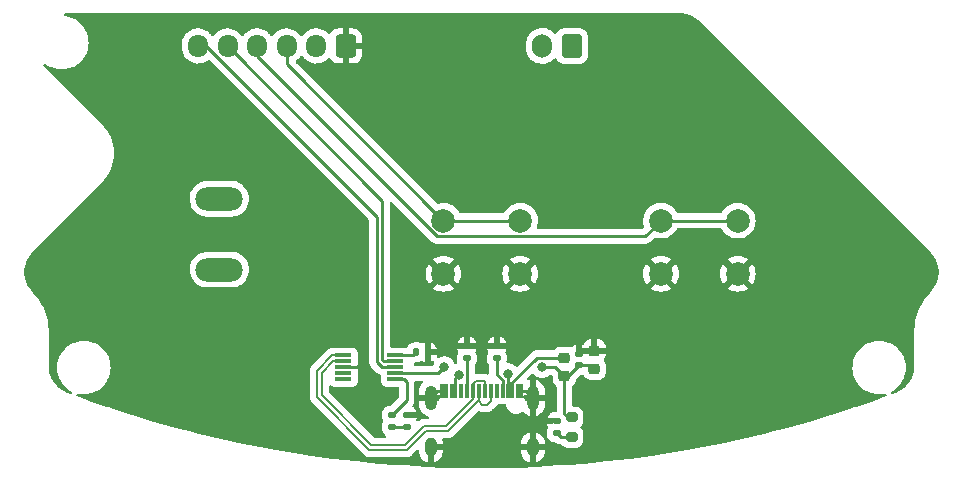
<source format=gbr>
%TF.GenerationSoftware,KiCad,Pcbnew,(6.0.5)*%
%TF.CreationDate,2022-10-18T17:57:13+09:00*%
%TF.ProjectId,IO_Board,494f5f42-6f61-4726-942e-6b696361645f,rev?*%
%TF.SameCoordinates,Original*%
%TF.FileFunction,Copper,L1,Top*%
%TF.FilePolarity,Positive*%
%FSLAX46Y46*%
G04 Gerber Fmt 4.6, Leading zero omitted, Abs format (unit mm)*
G04 Created by KiCad (PCBNEW (6.0.5)) date 2022-10-18 17:57:13*
%MOMM*%
%LPD*%
G01*
G04 APERTURE LIST*
G04 Aperture macros list*
%AMRoundRect*
0 Rectangle with rounded corners*
0 $1 Rounding radius*
0 $2 $3 $4 $5 $6 $7 $8 $9 X,Y pos of 4 corners*
0 Add a 4 corners polygon primitive as box body*
4,1,4,$2,$3,$4,$5,$6,$7,$8,$9,$2,$3,0*
0 Add four circle primitives for the rounded corners*
1,1,$1+$1,$2,$3*
1,1,$1+$1,$4,$5*
1,1,$1+$1,$6,$7*
1,1,$1+$1,$8,$9*
0 Add four rect primitives between the rounded corners*
20,1,$1+$1,$2,$3,$4,$5,0*
20,1,$1+$1,$4,$5,$6,$7,0*
20,1,$1+$1,$6,$7,$8,$9,0*
20,1,$1+$1,$8,$9,$2,$3,0*%
G04 Aperture macros list end*
%TA.AperFunction,SMDPad,CuDef*%
%ADD10RoundRect,0.140000X-0.140000X-0.170000X0.140000X-0.170000X0.140000X0.170000X-0.140000X0.170000X0*%
%TD*%
%TA.AperFunction,SMDPad,CuDef*%
%ADD11R,1.400000X0.300000*%
%TD*%
%TA.AperFunction,SMDPad,CuDef*%
%ADD12RoundRect,0.200000X0.275000X-0.200000X0.275000X0.200000X-0.275000X0.200000X-0.275000X-0.200000X0*%
%TD*%
%TA.AperFunction,SMDPad,CuDef*%
%ADD13RoundRect,0.135000X-0.185000X0.135000X-0.185000X-0.135000X0.185000X-0.135000X0.185000X0.135000X0*%
%TD*%
%TA.AperFunction,SMDPad,CuDef*%
%ADD14R,0.300000X1.150000*%
%TD*%
%TA.AperFunction,ComponentPad*%
%ADD15O,1.000000X2.100000*%
%TD*%
%TA.AperFunction,ComponentPad*%
%ADD16O,1.000000X1.600000*%
%TD*%
%TA.AperFunction,ComponentPad*%
%ADD17C,2.000000*%
%TD*%
%TA.AperFunction,SMDPad,CuDef*%
%ADD18RoundRect,0.218750X0.256250X-0.218750X0.256250X0.218750X-0.256250X0.218750X-0.256250X-0.218750X0*%
%TD*%
%TA.AperFunction,SMDPad,CuDef*%
%ADD19RoundRect,0.225000X0.250000X-0.225000X0.250000X0.225000X-0.250000X0.225000X-0.250000X-0.225000X0*%
%TD*%
%TA.AperFunction,ComponentPad*%
%ADD20O,4.000000X2.000000*%
%TD*%
%TA.AperFunction,SMDPad,CuDef*%
%ADD21RoundRect,0.147500X-0.172500X0.147500X-0.172500X-0.147500X0.172500X-0.147500X0.172500X0.147500X0*%
%TD*%
%TA.AperFunction,SMDPad,CuDef*%
%ADD22RoundRect,0.140000X0.170000X-0.140000X0.170000X0.140000X-0.170000X0.140000X-0.170000X-0.140000X0*%
%TD*%
%TA.AperFunction,ComponentPad*%
%ADD23RoundRect,0.250000X0.600000X0.750000X-0.600000X0.750000X-0.600000X-0.750000X0.600000X-0.750000X0*%
%TD*%
%TA.AperFunction,ComponentPad*%
%ADD24O,1.700000X2.000000*%
%TD*%
%TA.AperFunction,ComponentPad*%
%ADD25RoundRect,0.250000X0.600000X0.725000X-0.600000X0.725000X-0.600000X-0.725000X0.600000X-0.725000X0*%
%TD*%
%TA.AperFunction,ComponentPad*%
%ADD26O,1.700000X1.950000*%
%TD*%
%TA.AperFunction,ViaPad*%
%ADD27C,0.800000*%
%TD*%
%TA.AperFunction,Conductor*%
%ADD28C,0.250000*%
%TD*%
%TA.AperFunction,Conductor*%
%ADD29C,0.200000*%
%TD*%
G04 APERTURE END LIST*
D10*
%TO.P,C2,1*%
%TO.N,Net-(C2-Pad1)*%
X145570000Y-102870000D03*
%TO.P,C2,2*%
%TO.N,GND*%
X146530000Y-102870000D03*
%TD*%
D11*
%TO.P,U1,1,UD+*%
%TO.N,D+*%
X139405000Y-103140000D03*
%TO.P,U1,2,UD-*%
%TO.N,D-*%
X139405000Y-103640000D03*
%TO.P,U1,3,GND*%
%TO.N,GND*%
X139405000Y-104140000D03*
%TO.P,U1,4,~{RTS}*%
%TO.N,unconnected-(U1-Pad4)*%
X139405000Y-104640000D03*
%TO.P,U1,5,~{CTS}*%
%TO.N,unconnected-(U1-Pad5)*%
X139405000Y-105140000D03*
%TO.P,U1,6,TNOW*%
%TO.N,Net-(R4-Pad1)*%
X143805000Y-105140000D03*
%TO.P,U1,7,VCC*%
%TO.N,VCC*%
X143805000Y-104640000D03*
%TO.P,U1,8,TXD*%
%TO.N,TX*%
X143805000Y-104140000D03*
%TO.P,U1,9,RXD*%
%TO.N,RX*%
X143805000Y-103640000D03*
%TO.P,U1,10,V3*%
%TO.N,Net-(C2-Pad1)*%
X143805000Y-103140000D03*
%TD*%
D12*
%TO.P,R3,1*%
%TO.N,Net-(D1-Pad2)*%
X158750000Y-110045000D03*
%TO.P,R3,2*%
%TO.N,VCC*%
X158750000Y-108395000D03*
%TD*%
D13*
%TO.P,R4,1*%
%TO.N,Net-(R4-Pad1)*%
X143510000Y-108200000D03*
%TO.P,R4,2*%
%TO.N,Net-(D2-Pad2)*%
X143510000Y-109220000D03*
%TD*%
D14*
%TO.P,J1,A1,GND*%
%TO.N,GND*%
X147780000Y-106185000D03*
%TO.P,J1,A4,VBUS*%
%TO.N,Net-(F1-Pad2)*%
X148580000Y-106185000D03*
%TO.P,J1,A5,CC1*%
%TO.N,Net-(J1-PadA5)*%
X149880000Y-106185000D03*
%TO.P,J1,A6,D+*%
%TO.N,D+*%
X150880000Y-106185000D03*
%TO.P,J1,A7,D-*%
%TO.N,D-*%
X151380000Y-106185000D03*
%TO.P,J1,A8,SBU1*%
%TO.N,unconnected-(J1-PadA8)*%
X152380000Y-106185000D03*
%TO.P,J1,A9,VBUS*%
%TO.N,Net-(F1-Pad2)*%
X153680000Y-106185000D03*
%TO.P,J1,A12,GND*%
%TO.N,GND*%
X154480000Y-106185000D03*
%TO.P,J1,B1,GND*%
X154180000Y-106185000D03*
%TO.P,J1,B4,VBUS*%
%TO.N,Net-(F1-Pad2)*%
X153380000Y-106185000D03*
%TO.P,J1,B5,CC2*%
%TO.N,Net-(J1-PadB5)*%
X152880000Y-106185000D03*
%TO.P,J1,B6,D+*%
%TO.N,D+*%
X151880000Y-106185000D03*
%TO.P,J1,B7,D-*%
%TO.N,D-*%
X150380000Y-106185000D03*
%TO.P,J1,B8,SBU2*%
%TO.N,unconnected-(J1-PadB8)*%
X149380000Y-106185000D03*
%TO.P,J1,B9,VBUS*%
%TO.N,Net-(F1-Pad2)*%
X148880000Y-106185000D03*
%TO.P,J1,B12,GND*%
%TO.N,GND*%
X148080000Y-106185000D03*
D15*
%TO.P,J1,S1,SHIELD*%
X155450000Y-106750000D03*
X146810000Y-106750000D03*
D16*
X155450000Y-110930000D03*
X146810000Y-110930000D03*
%TD*%
D17*
%TO.P,SW1,1,1*%
%TO.N,Net-(J2-Pad3)*%
X147880000Y-91730000D03*
X154380000Y-91730000D03*
%TO.P,SW1,2,2*%
%TO.N,GND*%
X147880000Y-96230000D03*
X154380000Y-96230000D03*
%TD*%
D18*
%TO.P,F1,1*%
%TO.N,VCC*%
X158115000Y-104927500D03*
%TO.P,F1,2*%
%TO.N,Net-(F1-Pad2)*%
X158115000Y-103352500D03*
%TD*%
D17*
%TO.P,SW2,1,1*%
%TO.N,Net-(J2-Pad4)*%
X166295000Y-91730000D03*
X172795000Y-91730000D03*
%TO.P,SW2,2,2*%
%TO.N,GND*%
X166295000Y-96230000D03*
X172795000Y-96230000D03*
%TD*%
D19*
%TO.P,C1,1*%
%TO.N,VCC*%
X160655000Y-104280000D03*
%TO.P,C1,2*%
%TO.N,GND*%
X160655000Y-102730000D03*
%TD*%
D20*
%TO.P,SW3,1*%
%TO.N,Net-(J3-Pad1)*%
X128905000Y-95885000D03*
%TO.P,SW3,2*%
%TO.N,Net-(J3-Pad2)*%
X128905000Y-89885000D03*
%TD*%
D21*
%TO.P,D1,1,K*%
%TO.N,GND*%
X157480000Y-108735000D03*
%TO.P,D1,2,A*%
%TO.N,Net-(D1-Pad2)*%
X157480000Y-109705000D03*
%TD*%
D22*
%TO.P,C3,1*%
%TO.N,VCC*%
X159385000Y-103985000D03*
%TO.P,C3,2*%
%TO.N,GND*%
X159385000Y-103025000D03*
%TD*%
D13*
%TO.P,R1,1*%
%TO.N,GND*%
X149860000Y-102360000D03*
%TO.P,R1,2*%
%TO.N,Net-(J1-PadA5)*%
X149860000Y-103380000D03*
%TD*%
D21*
%TO.P,D2,1,K*%
%TO.N,GND*%
X144780000Y-108225000D03*
%TO.P,D2,2,A*%
%TO.N,Net-(D2-Pad2)*%
X144780000Y-109195000D03*
%TD*%
D13*
%TO.P,R2,1*%
%TO.N,GND*%
X152400000Y-102360000D03*
%TO.P,R2,2*%
%TO.N,Net-(J1-PadB5)*%
X152400000Y-103380000D03*
%TD*%
D23*
%TO.P,J3,1,Pin_1*%
%TO.N,Net-(J3-Pad1)*%
X158730000Y-76945000D03*
D24*
%TO.P,J3,2,Pin_2*%
%TO.N,Net-(J3-Pad2)*%
X156230000Y-76945000D03*
%TD*%
D25*
%TO.P,J2,1,Pin_1*%
%TO.N,GND*%
X139600000Y-76945000D03*
D26*
%TO.P,J2,2,Pin_2*%
%TO.N,unconnected-(J2-Pad2)*%
X137100000Y-76945000D03*
%TO.P,J2,3,Pin_3*%
%TO.N,Net-(J2-Pad3)*%
X134600000Y-76945000D03*
%TO.P,J2,4,Pin_4*%
%TO.N,Net-(J2-Pad4)*%
X132100000Y-76945000D03*
%TO.P,J2,5,Pin_5*%
%TO.N,RX*%
X129600000Y-76945000D03*
%TO.P,J2,6,Pin_6*%
%TO.N,TX*%
X127100000Y-76945000D03*
%TD*%
D27*
%TO.N,VCC*%
X156210000Y-104140000D03*
X147955000Y-104140000D03*
%TO.N,GND*%
X128905000Y-99695000D03*
X153670000Y-110490000D03*
X118110000Y-94615000D03*
X161290000Y-85725000D03*
X166370000Y-77470000D03*
X177165000Y-104140000D03*
X121285000Y-77470000D03*
X140970000Y-104140000D03*
X149225000Y-110490000D03*
X152400000Y-85725000D03*
X177165000Y-94615000D03*
X139065000Y-95250000D03*
X160655000Y-95885000D03*
X141605000Y-107315000D03*
X127635000Y-83185000D03*
X165735000Y-104140000D03*
X171450000Y-104140000D03*
X170815000Y-85725000D03*
%TO.N,Net-(F1-Pad2)*%
X153373433Y-104723835D03*
X149155500Y-104775000D03*
%TD*%
D28*
%TO.N,VCC*%
X158435000Y-108395000D02*
X158115000Y-108075000D01*
X158750000Y-108395000D02*
X158435000Y-108395000D01*
X159385000Y-103985000D02*
X160429000Y-103985000D01*
X143805000Y-104640000D02*
X147455000Y-104640000D01*
X156210000Y-104140000D02*
X157327500Y-104140000D01*
X158115000Y-104927500D02*
X158442500Y-104927500D01*
X160429000Y-103985000D02*
X160655000Y-103985000D01*
X160655000Y-104211000D02*
X160429000Y-103985000D01*
X158442500Y-104927500D02*
X159385000Y-103985000D01*
X147455000Y-104640000D02*
X147955000Y-104140000D01*
X158115000Y-104927500D02*
X158115000Y-108075000D01*
X160655000Y-104280000D02*
X160655000Y-104211000D01*
X157327500Y-104140000D02*
X158115000Y-104927500D01*
%TO.N,GND*%
X154480000Y-106185000D02*
X154885000Y-106185000D01*
X139405000Y-104140000D02*
X140970000Y-104140000D01*
X154885000Y-106185000D02*
X155450000Y-106750000D01*
X147375000Y-106185000D02*
X146810000Y-106750000D01*
X148080000Y-106185000D02*
X147375000Y-106185000D01*
%TO.N,Net-(C2-Pad1)*%
X143805000Y-103140000D02*
X145300000Y-103140000D01*
X145300000Y-103140000D02*
X145570000Y-102870000D01*
%TO.N,Net-(D1-Pad2)*%
X158750000Y-110045000D02*
X157820000Y-110045000D01*
X157820000Y-110045000D02*
X157480000Y-109705000D01*
%TO.N,Net-(D2-Pad2)*%
X144755000Y-109220000D02*
X144780000Y-109195000D01*
X143510000Y-109220000D02*
X144755000Y-109220000D01*
%TO.N,Net-(F1-Pad2)*%
X148880000Y-105050500D02*
X149155500Y-104775000D01*
X153373433Y-106178433D02*
X153380000Y-106185000D01*
X148880000Y-106185000D02*
X148580000Y-106185000D01*
X148880000Y-106185000D02*
X148880000Y-105050500D01*
X153373433Y-104723835D02*
X153373433Y-106178433D01*
X153380000Y-105760000D02*
X155787500Y-103352500D01*
X153380000Y-106185000D02*
X153380000Y-105760000D01*
X155787500Y-103352500D02*
X158115000Y-103352500D01*
%TO.N,Net-(J1-PadA5)*%
X149860000Y-103380000D02*
X149880000Y-103400000D01*
X149880000Y-103400000D02*
X149880000Y-106185000D01*
D29*
%TO.N,D+*%
X137160000Y-104435978D02*
X137160000Y-106680000D01*
X139405000Y-103140000D02*
X138455978Y-103140000D01*
X138455978Y-103140000D02*
X137160000Y-104435978D01*
X150880000Y-106185000D02*
X150880000Y-107009022D01*
X146367500Y-109537500D02*
X148272500Y-109537500D01*
X150880000Y-106930000D02*
X150880000Y-106185000D01*
X151574022Y-107315000D02*
X151185978Y-107315000D01*
X148272500Y-109537500D02*
X149225000Y-108585000D01*
X150880000Y-107009022D02*
X151185978Y-107315000D01*
X144780000Y-111125000D02*
X146367500Y-109537500D01*
X150880000Y-106930000D02*
X149225000Y-108585000D01*
X141605000Y-111125000D02*
X144780000Y-111125000D01*
X151880000Y-107009022D02*
X151574022Y-107315000D01*
X151880000Y-106185000D02*
X151880000Y-107009022D01*
X137160000Y-106680000D02*
X141605000Y-111125000D01*
%TO.N,D-*%
X151380000Y-106185000D02*
X151380000Y-105360978D01*
X139405000Y-103640000D02*
X138520984Y-103640000D01*
X141770486Y-110725480D02*
X144614514Y-110725480D01*
X148107014Y-109137980D02*
X150380000Y-106864994D01*
X150380000Y-105525000D02*
X150594511Y-105310489D01*
X144614514Y-110725480D02*
X146202014Y-109137980D01*
X151380000Y-105360978D02*
X151329511Y-105310489D01*
X138520984Y-103640000D02*
X137559520Y-104601464D01*
X150380000Y-106185000D02*
X150380000Y-105525000D01*
X137559520Y-104601464D02*
X137559520Y-106514514D01*
X151329511Y-105310489D02*
X150594511Y-105310489D01*
X146202014Y-109137980D02*
X148107014Y-109137980D01*
X150380000Y-106864994D02*
X150380000Y-106185000D01*
X137559520Y-106514514D02*
X141770486Y-110725480D01*
D28*
%TO.N,Net-(J1-PadB5)*%
X152880000Y-105255000D02*
X152880000Y-106185000D01*
X152400000Y-104775000D02*
X152880000Y-105255000D01*
X152400000Y-103380000D02*
X152400000Y-104775000D01*
%TO.N,Net-(J2-Pad3)*%
X147880000Y-91730000D02*
X154380000Y-91730000D01*
X134600000Y-78450000D02*
X134600000Y-76945000D01*
X147880000Y-91730000D02*
X134600000Y-78450000D01*
%TO.N,Net-(J2-Pad4)*%
X166295000Y-91730000D02*
X164970489Y-93054511D01*
X132100000Y-77823143D02*
X132100000Y-76945000D01*
X147331368Y-93054511D02*
X132100000Y-77823143D01*
X166295000Y-91730000D02*
X172795000Y-91730000D01*
X164970489Y-93054511D02*
X147331368Y-93054511D01*
%TO.N,RX*%
X142708069Y-103542091D02*
X142708069Y-90053069D01*
X143805000Y-103640000D02*
X142805978Y-103640000D01*
X142805978Y-103640000D02*
X142708069Y-103542091D01*
X142708069Y-90053069D02*
X129600000Y-76945000D01*
%TO.N,TX*%
X127745000Y-76945000D02*
X127100000Y-76945000D01*
X142240000Y-91440000D02*
X127745000Y-76945000D01*
X143805000Y-104140000D02*
X142670260Y-104140000D01*
X142670260Y-104140000D02*
X142240000Y-103709740D01*
X142240000Y-103709740D02*
X142240000Y-91440000D01*
%TO.N,Net-(R4-Pad1)*%
X144780000Y-106930000D02*
X143510000Y-108200000D01*
X143805000Y-105140000D02*
X144510000Y-105140000D01*
X144780000Y-105410000D02*
X144780000Y-106930000D01*
X144510000Y-105140000D02*
X144780000Y-105410000D01*
%TD*%
%TA.AperFunction,Conductor*%
%TO.N,GND*%
G36*
X167865920Y-74170000D02*
G01*
X167880753Y-74172310D01*
X167880757Y-74172310D01*
X167889626Y-74173691D01*
X167907622Y-74171338D01*
X167931018Y-74170472D01*
X168167800Y-74183769D01*
X168181832Y-74185350D01*
X168312586Y-74207566D01*
X168443336Y-74229782D01*
X168457111Y-74232926D01*
X168472436Y-74237341D01*
X168712001Y-74306359D01*
X168725316Y-74311018D01*
X168970395Y-74412533D01*
X168983119Y-74418662D01*
X169215258Y-74546960D01*
X169227223Y-74554477D01*
X169443556Y-74707974D01*
X169454603Y-74716784D01*
X169625994Y-74869948D01*
X169643773Y-74889567D01*
X169649550Y-74897476D01*
X169656663Y-74902944D01*
X169656669Y-74902950D01*
X169674796Y-74916884D01*
X169687100Y-74927684D01*
X189042751Y-94283336D01*
X189055398Y-94298104D01*
X189064255Y-94310228D01*
X189064260Y-94310233D01*
X189069554Y-94317480D01*
X189076670Y-94322950D01*
X189083302Y-94328048D01*
X189100825Y-94344392D01*
X189192397Y-94447756D01*
X189272120Y-94537746D01*
X189281500Y-94549719D01*
X189366710Y-94673167D01*
X189443751Y-94784781D01*
X189451623Y-94797802D01*
X189556637Y-94997890D01*
X189584361Y-95050715D01*
X189590605Y-95064590D01*
X189691885Y-95331645D01*
X189696411Y-95346169D01*
X189755569Y-95586177D01*
X189764769Y-95623504D01*
X189767510Y-95638463D01*
X189783162Y-95767373D01*
X189801937Y-95922001D01*
X189802856Y-95937188D01*
X189802855Y-96222817D01*
X189801936Y-96238003D01*
X189773592Y-96471446D01*
X189767510Y-96521534D01*
X189764769Y-96536494D01*
X189726286Y-96692627D01*
X189696411Y-96813834D01*
X189691886Y-96828354D01*
X189656766Y-96920958D01*
X189590603Y-97095414D01*
X189584359Y-97109288D01*
X189451620Y-97362203D01*
X189443748Y-97375224D01*
X189281496Y-97610286D01*
X189272112Y-97622263D01*
X189108044Y-97807458D01*
X189090524Y-97823209D01*
X189090647Y-97823356D01*
X189086918Y-97826471D01*
X189082950Y-97829296D01*
X189078651Y-97833491D01*
X189078430Y-97833653D01*
X189078263Y-97833871D01*
X189073966Y-97838064D01*
X189071048Y-97841958D01*
X189069431Y-97843799D01*
X189063959Y-97850394D01*
X188810533Y-98126960D01*
X188810526Y-98126968D01*
X188808668Y-98128996D01*
X188806986Y-98131188D01*
X188570677Y-98439150D01*
X188570669Y-98439162D01*
X188569005Y-98441330D01*
X188567532Y-98443642D01*
X188567530Y-98443645D01*
X188477242Y-98585368D01*
X188357475Y-98773363D01*
X188210958Y-99054815D01*
X188192654Y-99089978D01*
X188175688Y-99122568D01*
X188174639Y-99125101D01*
X188026080Y-99483748D01*
X188025027Y-99486289D01*
X187906640Y-99861755D01*
X187821427Y-100246112D01*
X187770036Y-100636432D01*
X187754212Y-100998768D01*
X187753286Y-101007540D01*
X187753320Y-101007543D01*
X187752884Y-101012401D01*
X187752078Y-101017194D01*
X187752019Y-101022053D01*
X187752002Y-101023469D01*
X187751925Y-101029746D01*
X187755882Y-101057379D01*
X187757154Y-101075240D01*
X187757154Y-103932463D01*
X187755654Y-103951845D01*
X187751963Y-103975554D01*
X187753761Y-103989303D01*
X187754343Y-103993751D01*
X187755216Y-104017019D01*
X187742463Y-104248599D01*
X187740941Y-104262379D01*
X187698168Y-104519091D01*
X187695140Y-104532620D01*
X187669833Y-104622251D01*
X187626316Y-104776379D01*
X187624430Y-104783057D01*
X187619937Y-104796166D01*
X187609157Y-104822749D01*
X187522132Y-105037340D01*
X187516223Y-105049881D01*
X187471521Y-105132620D01*
X187392516Y-105278848D01*
X187385274Y-105290649D01*
X187314805Y-105392460D01*
X187237163Y-105504633D01*
X187228658Y-105515581D01*
X187057938Y-105711995D01*
X187048282Y-105721942D01*
X186857016Y-105898413D01*
X186846335Y-105907232D01*
X186636815Y-106061639D01*
X186625236Y-106069225D01*
X186400037Y-106199668D01*
X186387683Y-106205943D01*
X186182046Y-106296526D01*
X186156963Y-106304567D01*
X186147226Y-106306596D01*
X186147215Y-106306602D01*
X186147209Y-106306603D01*
X186138479Y-106311259D01*
X186138476Y-106311260D01*
X186121731Y-106320191D01*
X186105667Y-106327366D01*
X186098411Y-106330017D01*
X185945754Y-106385774D01*
X185874905Y-106390356D01*
X185812826Y-106355908D01*
X185779226Y-106293365D01*
X185784773Y-106222586D01*
X185827706Y-106166041D01*
X185846799Y-106154415D01*
X185901564Y-106127409D01*
X185901575Y-106127403D01*
X185905273Y-106125579D01*
X186023794Y-106046386D01*
X186148007Y-105963390D01*
X186148012Y-105963386D01*
X186151438Y-105961097D01*
X186154532Y-105958383D01*
X186154538Y-105958379D01*
X186370938Y-105768600D01*
X186374027Y-105765891D01*
X186410832Y-105723923D01*
X186566515Y-105546402D01*
X186566519Y-105546396D01*
X186569233Y-105543302D01*
X186587763Y-105515571D01*
X186731421Y-105300570D01*
X186733715Y-105297137D01*
X186739728Y-105284945D01*
X186855648Y-105049881D01*
X186864659Y-105031609D01*
X186898771Y-104931118D01*
X186958496Y-104755174D01*
X186958497Y-104755170D01*
X186959824Y-104751261D01*
X186960630Y-104747211D01*
X187016780Y-104464929D01*
X187016781Y-104464923D01*
X187017583Y-104460890D01*
X187018680Y-104444166D01*
X187036676Y-104169583D01*
X187036946Y-104165464D01*
X187031323Y-104079675D01*
X187017853Y-103874150D01*
X187017852Y-103874143D01*
X187017583Y-103870038D01*
X187016098Y-103862568D01*
X186960630Y-103583717D01*
X186960628Y-103583711D01*
X186959824Y-103579667D01*
X186882802Y-103352765D01*
X186865985Y-103303225D01*
X186865984Y-103303224D01*
X186864659Y-103299319D01*
X186786284Y-103140391D01*
X186735542Y-103037495D01*
X186735539Y-103037490D01*
X186733715Y-103033791D01*
X186639731Y-102893134D01*
X186571526Y-102791057D01*
X186571522Y-102791052D01*
X186569233Y-102787626D01*
X186566519Y-102784532D01*
X186566515Y-102784526D01*
X186376736Y-102568126D01*
X186374027Y-102565037D01*
X186344777Y-102539385D01*
X186154538Y-102372549D01*
X186154532Y-102372545D01*
X186151438Y-102369831D01*
X186148012Y-102367542D01*
X186148007Y-102367538D01*
X185908706Y-102207643D01*
X185905273Y-102205349D01*
X185901574Y-102203525D01*
X185901569Y-102203522D01*
X185703813Y-102106000D01*
X185639745Y-102074405D01*
X185607387Y-102063421D01*
X185363310Y-101980568D01*
X185363306Y-101980567D01*
X185359397Y-101979240D01*
X185355353Y-101978436D01*
X185355347Y-101978434D01*
X185073065Y-101922284D01*
X185073059Y-101922283D01*
X185069026Y-101921481D01*
X185064921Y-101921212D01*
X185064914Y-101921211D01*
X184777719Y-101902388D01*
X184773600Y-101902118D01*
X184769481Y-101902388D01*
X184482286Y-101921211D01*
X184482279Y-101921212D01*
X184478174Y-101921481D01*
X184474141Y-101922283D01*
X184474135Y-101922284D01*
X184191853Y-101978434D01*
X184191847Y-101978436D01*
X184187803Y-101979240D01*
X184183894Y-101980567D01*
X184183890Y-101980568D01*
X183939813Y-102063421D01*
X183907455Y-102074405D01*
X183843387Y-102106000D01*
X183645631Y-102203522D01*
X183645626Y-102203525D01*
X183641927Y-102205349D01*
X183638494Y-102207643D01*
X183399193Y-102367538D01*
X183399188Y-102367542D01*
X183395762Y-102369831D01*
X183392668Y-102372545D01*
X183392662Y-102372549D01*
X183202423Y-102539385D01*
X183173173Y-102565037D01*
X183170464Y-102568126D01*
X182980685Y-102784526D01*
X182980681Y-102784532D01*
X182977967Y-102787626D01*
X182975678Y-102791052D01*
X182975674Y-102791057D01*
X182907469Y-102893134D01*
X182813485Y-103033791D01*
X182811661Y-103037490D01*
X182811658Y-103037495D01*
X182760916Y-103140391D01*
X182682541Y-103299319D01*
X182681216Y-103303224D01*
X182681215Y-103303225D01*
X182664399Y-103352765D01*
X182587376Y-103579667D01*
X182586572Y-103583711D01*
X182586570Y-103583717D01*
X182531103Y-103862568D01*
X182529617Y-103870038D01*
X182529348Y-103874143D01*
X182529347Y-103874150D01*
X182515877Y-104079675D01*
X182510254Y-104165464D01*
X182510524Y-104169583D01*
X182528521Y-104444166D01*
X182529617Y-104460890D01*
X182530419Y-104464923D01*
X182530420Y-104464929D01*
X182586570Y-104747211D01*
X182587376Y-104751261D01*
X182588703Y-104755170D01*
X182588704Y-104755174D01*
X182648429Y-104931118D01*
X182682541Y-105031609D01*
X182691552Y-105049881D01*
X182807473Y-105284945D01*
X182813485Y-105297137D01*
X182815779Y-105300570D01*
X182959438Y-105515571D01*
X182977967Y-105543302D01*
X182980681Y-105546396D01*
X182980685Y-105546402D01*
X183136368Y-105723923D01*
X183173173Y-105765891D01*
X183176262Y-105768600D01*
X183392662Y-105958379D01*
X183392668Y-105958383D01*
X183395762Y-105961097D01*
X183399188Y-105963386D01*
X183399193Y-105963390D01*
X183523406Y-106046386D01*
X183641927Y-106125579D01*
X183645626Y-106127403D01*
X183645631Y-106127406D01*
X183781913Y-106194612D01*
X183907455Y-106256523D01*
X183911360Y-106257848D01*
X183911361Y-106257849D01*
X184183890Y-106350360D01*
X184183894Y-106350361D01*
X184187803Y-106351688D01*
X184191847Y-106352492D01*
X184191853Y-106352494D01*
X184474135Y-106408644D01*
X184474141Y-106408645D01*
X184478174Y-106409447D01*
X184482279Y-106409716D01*
X184482286Y-106409717D01*
X184769481Y-106428540D01*
X184773600Y-106428810D01*
X184777719Y-106428540D01*
X185064914Y-106409717D01*
X185064921Y-106409716D01*
X185069026Y-106409447D01*
X185073059Y-106408645D01*
X185073065Y-106408644D01*
X185248495Y-106373748D01*
X185319209Y-106380076D01*
X185375277Y-106423630D01*
X185398896Y-106490583D01*
X185382569Y-106559676D01*
X185331479Y-106608975D01*
X185316305Y-106615680D01*
X184326176Y-106977323D01*
X184323866Y-106978141D01*
X182881624Y-107473337D01*
X182651082Y-107552494D01*
X182495515Y-107605908D01*
X182493194Y-107606680D01*
X182229829Y-107691416D01*
X180652939Y-108198770D01*
X180650599Y-108199498D01*
X178799149Y-108755684D01*
X178796794Y-108756366D01*
X176934917Y-109276416D01*
X176932550Y-109277052D01*
X175889850Y-109546541D01*
X175060921Y-109760781D01*
X175058609Y-109761355D01*
X173177783Y-110208614D01*
X173175509Y-110209132D01*
X171286373Y-110619709D01*
X171283973Y-110620206D01*
X169387283Y-110993939D01*
X169384895Y-110994385D01*
X168976291Y-111066671D01*
X167481334Y-111331141D01*
X167478916Y-111331545D01*
X165997378Y-111564015D01*
X165620560Y-111623142D01*
X165569091Y-111631218D01*
X165566670Y-111631573D01*
X164822865Y-111733501D01*
X163651474Y-111894023D01*
X163649042Y-111894333D01*
X161728963Y-112119490D01*
X161726525Y-112119751D01*
X159802597Y-112307496D01*
X159800156Y-112307711D01*
X158396666Y-112417154D01*
X157872767Y-112458007D01*
X157870339Y-112458171D01*
X156389465Y-112544701D01*
X155940555Y-112570932D01*
X155938107Y-112571052D01*
X154006349Y-112646256D01*
X154003898Y-112646327D01*
X152071150Y-112683934D01*
X152068699Y-112683958D01*
X150135533Y-112683958D01*
X150133082Y-112683934D01*
X148200334Y-112646327D01*
X148197883Y-112646256D01*
X146266125Y-112571052D01*
X146263677Y-112570932D01*
X145814767Y-112544701D01*
X144333893Y-112458171D01*
X144331465Y-112458007D01*
X143807566Y-112417154D01*
X142404076Y-112307711D01*
X142401635Y-112307496D01*
X140477707Y-112119751D01*
X140475269Y-112119490D01*
X138555190Y-111894333D01*
X138552758Y-111894023D01*
X137381367Y-111733501D01*
X136637562Y-111631573D01*
X136635141Y-111631218D01*
X136583673Y-111623142D01*
X136206854Y-111564015D01*
X134725316Y-111331545D01*
X134722898Y-111331141D01*
X133227941Y-111066671D01*
X132819337Y-110994385D01*
X132816949Y-110993939D01*
X130920259Y-110620206D01*
X130917859Y-110619709D01*
X129028723Y-110209132D01*
X129026449Y-110208614D01*
X127145623Y-109761355D01*
X127143311Y-109760781D01*
X126314382Y-109546541D01*
X125271682Y-109277052D01*
X125269315Y-109276416D01*
X123407438Y-108756366D01*
X123405083Y-108755684D01*
X121553633Y-108199498D01*
X121551293Y-108198770D01*
X119974403Y-107691416D01*
X119711038Y-107606680D01*
X119708717Y-107605908D01*
X119553151Y-107552494D01*
X119322608Y-107473337D01*
X117880366Y-106978141D01*
X117878056Y-106977323D01*
X117136873Y-106706607D01*
X116887929Y-106615680D01*
X116830806Y-106573522D01*
X116805543Y-106507172D01*
X116820162Y-106437697D01*
X116870021Y-106387154D01*
X116939291Y-106371591D01*
X116955739Y-106373749D01*
X117131164Y-106408643D01*
X117135206Y-106409447D01*
X117139311Y-106409716D01*
X117139318Y-106409717D01*
X117426513Y-106428540D01*
X117430632Y-106428810D01*
X117434751Y-106428540D01*
X117721946Y-106409717D01*
X117721953Y-106409716D01*
X117726058Y-106409447D01*
X117730091Y-106408645D01*
X117730097Y-106408644D01*
X118012379Y-106352494D01*
X118012385Y-106352492D01*
X118016429Y-106351688D01*
X118020338Y-106350361D01*
X118020342Y-106350360D01*
X118292871Y-106257849D01*
X118292872Y-106257848D01*
X118296777Y-106256523D01*
X118422319Y-106194612D01*
X118558601Y-106127406D01*
X118558606Y-106127403D01*
X118562305Y-106125579D01*
X118680826Y-106046386D01*
X118805039Y-105963390D01*
X118805044Y-105963386D01*
X118808470Y-105961097D01*
X118811564Y-105958383D01*
X118811570Y-105958379D01*
X119027970Y-105768600D01*
X119031059Y-105765891D01*
X119067864Y-105723923D01*
X119223547Y-105546402D01*
X119223551Y-105546396D01*
X119226265Y-105543302D01*
X119244795Y-105515571D01*
X119388453Y-105300570D01*
X119390747Y-105297137D01*
X119396760Y-105284945D01*
X119512680Y-105049881D01*
X119521691Y-105031609D01*
X119555803Y-104931118D01*
X119615528Y-104755174D01*
X119615529Y-104755170D01*
X119616856Y-104751261D01*
X119617662Y-104747211D01*
X119673812Y-104464929D01*
X119673813Y-104464923D01*
X119674615Y-104460890D01*
X119675712Y-104444166D01*
X119693708Y-104169583D01*
X119693978Y-104165464D01*
X119688355Y-104079675D01*
X119674885Y-103874150D01*
X119674884Y-103874143D01*
X119674615Y-103870038D01*
X119673130Y-103862568D01*
X119617662Y-103583717D01*
X119617660Y-103583711D01*
X119616856Y-103579667D01*
X119539834Y-103352765D01*
X119523017Y-103303225D01*
X119523016Y-103303224D01*
X119521691Y-103299319D01*
X119443316Y-103140391D01*
X119392574Y-103037495D01*
X119392571Y-103037490D01*
X119390747Y-103033791D01*
X119296763Y-102893134D01*
X119228558Y-102791057D01*
X119228554Y-102791052D01*
X119226265Y-102787626D01*
X119223551Y-102784532D01*
X119223547Y-102784526D01*
X119033768Y-102568126D01*
X119031059Y-102565037D01*
X119001809Y-102539385D01*
X118811570Y-102372549D01*
X118811564Y-102372545D01*
X118808470Y-102369831D01*
X118805044Y-102367542D01*
X118805039Y-102367538D01*
X118565738Y-102207643D01*
X118562305Y-102205349D01*
X118558606Y-102203525D01*
X118558601Y-102203522D01*
X118360845Y-102106000D01*
X118296777Y-102074405D01*
X118264419Y-102063421D01*
X118020342Y-101980568D01*
X118020338Y-101980567D01*
X118016429Y-101979240D01*
X118012385Y-101978436D01*
X118012379Y-101978434D01*
X117730097Y-101922284D01*
X117730091Y-101922283D01*
X117726058Y-101921481D01*
X117721953Y-101921212D01*
X117721946Y-101921211D01*
X117434751Y-101902388D01*
X117430632Y-101902118D01*
X117426513Y-101902388D01*
X117139318Y-101921211D01*
X117139311Y-101921212D01*
X117135206Y-101921481D01*
X117131173Y-101922283D01*
X117131167Y-101922284D01*
X116848885Y-101978434D01*
X116848879Y-101978436D01*
X116844835Y-101979240D01*
X116840926Y-101980567D01*
X116840922Y-101980568D01*
X116596845Y-102063421D01*
X116564487Y-102074405D01*
X116500419Y-102106000D01*
X116302663Y-102203522D01*
X116302658Y-102203525D01*
X116298959Y-102205349D01*
X116295526Y-102207643D01*
X116056225Y-102367538D01*
X116056220Y-102367542D01*
X116052794Y-102369831D01*
X116049700Y-102372545D01*
X116049694Y-102372549D01*
X115859455Y-102539385D01*
X115830205Y-102565037D01*
X115827496Y-102568126D01*
X115637717Y-102784526D01*
X115637713Y-102784532D01*
X115634999Y-102787626D01*
X115632710Y-102791052D01*
X115632706Y-102791057D01*
X115564501Y-102893134D01*
X115470517Y-103033791D01*
X115468693Y-103037490D01*
X115468690Y-103037495D01*
X115417948Y-103140391D01*
X115339573Y-103299319D01*
X115338248Y-103303224D01*
X115338247Y-103303225D01*
X115321431Y-103352765D01*
X115244408Y-103579667D01*
X115243604Y-103583711D01*
X115243602Y-103583717D01*
X115188135Y-103862568D01*
X115186649Y-103870038D01*
X115186380Y-103874143D01*
X115186379Y-103874150D01*
X115172909Y-104079675D01*
X115167286Y-104165464D01*
X115167556Y-104169583D01*
X115185553Y-104444166D01*
X115186649Y-104460890D01*
X115187451Y-104464923D01*
X115187452Y-104464929D01*
X115243602Y-104747211D01*
X115244408Y-104751261D01*
X115245735Y-104755170D01*
X115245736Y-104755174D01*
X115305461Y-104931118D01*
X115339573Y-105031609D01*
X115348584Y-105049881D01*
X115464505Y-105284945D01*
X115470517Y-105297137D01*
X115472811Y-105300570D01*
X115616470Y-105515571D01*
X115634999Y-105543302D01*
X115637713Y-105546396D01*
X115637717Y-105546402D01*
X115793400Y-105723923D01*
X115830205Y-105765891D01*
X115833294Y-105768600D01*
X116049694Y-105958379D01*
X116049700Y-105958383D01*
X116052794Y-105961097D01*
X116056220Y-105963386D01*
X116056225Y-105963390D01*
X116180438Y-106046386D01*
X116298959Y-106125579D01*
X116355259Y-106153343D01*
X116357427Y-106154412D01*
X116409676Y-106202480D01*
X116427643Y-106271166D01*
X116405624Y-106338661D01*
X116350609Y-106383538D01*
X116280066Y-106391547D01*
X116258471Y-106385771D01*
X116176710Y-106355908D01*
X116105820Y-106330016D01*
X116087060Y-106321359D01*
X116068773Y-106311024D01*
X116050902Y-106306842D01*
X116028818Y-106299463D01*
X115927208Y-106254699D01*
X115816562Y-106205954D01*
X115804214Y-106199682D01*
X115579015Y-106069228D01*
X115567423Y-106061632D01*
X115567421Y-106061630D01*
X115381354Y-105924500D01*
X115357928Y-105907235D01*
X115347238Y-105898409D01*
X115155975Y-105721936D01*
X115146319Y-105711989D01*
X115049898Y-105601055D01*
X114975593Y-105515565D01*
X114967098Y-105504629D01*
X114818981Y-105290633D01*
X114811734Y-105278823D01*
X114794400Y-105246739D01*
X114688029Y-105049864D01*
X114682121Y-105037325D01*
X114669462Y-105006109D01*
X114590250Y-104810789D01*
X114584320Y-104796166D01*
X114579824Y-104783053D01*
X114578383Y-104777949D01*
X114509101Y-104532586D01*
X114506076Y-104519068D01*
X114500252Y-104484114D01*
X114463300Y-104262368D01*
X114461777Y-104248592D01*
X114457933Y-104178817D01*
X114449419Y-104024304D01*
X114450728Y-103997987D01*
X114450888Y-103996962D01*
X114450888Y-103996958D01*
X114452269Y-103988089D01*
X114451105Y-103979188D01*
X114451105Y-103979184D01*
X114448142Y-103956530D01*
X114447078Y-103940192D01*
X114447078Y-101083003D01*
X114448825Y-101062096D01*
X114451345Y-101047117D01*
X114452154Y-101042311D01*
X114452307Y-101029759D01*
X114451617Y-101024939D01*
X114451400Y-101021608D01*
X114450733Y-101014451D01*
X114450432Y-101007543D01*
X114448021Y-100952314D01*
X114434353Y-100639199D01*
X114434352Y-100639188D01*
X114434232Y-100636438D01*
X114382847Y-100246110D01*
X114297636Y-99861747D01*
X114179248Y-99486274D01*
X114028585Y-99122548D01*
X113846792Y-98773338D01*
X113635253Y-98441303D01*
X113395580Y-98128969D01*
X113150539Y-97861568D01*
X113144997Y-97854718D01*
X113144970Y-97854741D01*
X113141852Y-97851009D01*
X113139023Y-97847036D01*
X113134836Y-97842746D01*
X113134675Y-97842526D01*
X113134459Y-97842360D01*
X113130255Y-97838053D01*
X113119763Y-97830190D01*
X113101017Y-97812919D01*
X112932110Y-97622265D01*
X112922727Y-97610288D01*
X112760469Y-97375220D01*
X112752597Y-97362199D01*
X112745782Y-97349213D01*
X112619858Y-97109288D01*
X112613618Y-97095423D01*
X112613615Y-97095414D01*
X112512331Y-96828355D01*
X112507807Y-96813837D01*
X112463120Y-96632536D01*
X112439450Y-96536504D01*
X112436708Y-96521538D01*
X112402280Y-96238004D01*
X112401361Y-96222816D01*
X112401360Y-95937817D01*
X126392514Y-95937817D01*
X126393095Y-95942837D01*
X126393095Y-95942841D01*
X126408966Y-96080004D01*
X126420415Y-96178956D01*
X126421791Y-96183820D01*
X126421792Y-96183823D01*
X126467476Y-96345266D01*
X126486510Y-96412532D01*
X126488644Y-96417108D01*
X126488646Y-96417114D01*
X126573363Y-96598790D01*
X126589099Y-96632536D01*
X126725544Y-96833307D01*
X126892332Y-97009681D01*
X126896358Y-97012759D01*
X126896359Y-97012760D01*
X127081154Y-97154047D01*
X127081158Y-97154050D01*
X127085174Y-97157120D01*
X127299109Y-97271831D01*
X127528631Y-97350862D01*
X127594267Y-97362199D01*
X127763926Y-97391504D01*
X127763932Y-97391505D01*
X127767836Y-97392179D01*
X127771797Y-97392359D01*
X127771798Y-97392359D01*
X127795506Y-97393436D01*
X127795525Y-97393436D01*
X127796925Y-97393500D01*
X129966001Y-97393500D01*
X129968509Y-97393298D01*
X129968514Y-97393298D01*
X130141924Y-97379346D01*
X130141929Y-97379345D01*
X130146965Y-97378940D01*
X130151873Y-97377734D01*
X130151876Y-97377734D01*
X130377792Y-97322244D01*
X130382706Y-97321037D01*
X130387358Y-97319062D01*
X130387362Y-97319061D01*
X130601498Y-97228165D01*
X130606156Y-97226188D01*
X130712037Y-97159511D01*
X130807288Y-97099528D01*
X130807291Y-97099526D01*
X130811567Y-97096833D01*
X130910422Y-97009681D01*
X130989858Y-96939650D01*
X130989861Y-96939647D01*
X130993655Y-96936302D01*
X131134112Y-96765306D01*
X131144526Y-96752628D01*
X131144528Y-96752625D01*
X131147734Y-96748722D01*
X131269841Y-96538922D01*
X131356833Y-96312298D01*
X131357868Y-96307345D01*
X131405440Y-96079631D01*
X131405440Y-96079627D01*
X131406474Y-96074680D01*
X131417486Y-95832183D01*
X131409987Y-95767373D01*
X131390167Y-95596071D01*
X131390166Y-95596067D01*
X131389585Y-95591044D01*
X131350517Y-95452978D01*
X131327476Y-95371555D01*
X131323490Y-95357468D01*
X131321356Y-95352892D01*
X131321354Y-95352886D01*
X131223038Y-95142046D01*
X131223036Y-95142042D01*
X131220901Y-95137464D01*
X131084456Y-94936693D01*
X130917668Y-94760319D01*
X130913641Y-94757240D01*
X130728846Y-94615953D01*
X130728842Y-94615950D01*
X130724826Y-94612880D01*
X130510891Y-94498169D01*
X130281369Y-94419138D01*
X130182022Y-94401978D01*
X130046074Y-94378496D01*
X130046068Y-94378495D01*
X130042164Y-94377821D01*
X130038203Y-94377641D01*
X130038202Y-94377641D01*
X130014494Y-94376564D01*
X130014475Y-94376564D01*
X130013075Y-94376500D01*
X127843999Y-94376500D01*
X127841491Y-94376702D01*
X127841486Y-94376702D01*
X127668076Y-94390654D01*
X127668071Y-94390655D01*
X127663035Y-94391060D01*
X127658127Y-94392266D01*
X127658124Y-94392266D01*
X127432208Y-94447756D01*
X127427294Y-94448963D01*
X127422642Y-94450938D01*
X127422638Y-94450939D01*
X127315252Y-94496522D01*
X127203844Y-94543812D01*
X127194458Y-94549723D01*
X127002712Y-94670472D01*
X127002709Y-94670474D01*
X126998433Y-94673167D01*
X126994639Y-94676512D01*
X126820142Y-94830350D01*
X126820139Y-94830353D01*
X126816345Y-94833698D01*
X126813135Y-94837606D01*
X126813134Y-94837607D01*
X126688221Y-94989680D01*
X126662266Y-95021278D01*
X126540159Y-95231078D01*
X126538346Y-95235801D01*
X126489868Y-95362093D01*
X126453167Y-95457702D01*
X126452133Y-95462652D01*
X126452132Y-95462655D01*
X126418530Y-95623501D01*
X126403526Y-95695320D01*
X126392514Y-95937817D01*
X112401360Y-95937817D01*
X112401360Y-95937188D01*
X112402279Y-95922000D01*
X112436707Y-95638467D01*
X112439449Y-95623501D01*
X112507805Y-95346169D01*
X112512332Y-95331643D01*
X112613614Y-95064586D01*
X112619859Y-95050710D01*
X112752597Y-94797802D01*
X112760468Y-94784782D01*
X112922719Y-94549720D01*
X112932103Y-94537742D01*
X112968622Y-94496522D01*
X113098579Y-94349832D01*
X113118510Y-94331693D01*
X113118548Y-94331656D01*
X113125800Y-94326358D01*
X113145204Y-94301116D01*
X113156004Y-94288812D01*
X117507000Y-89937817D01*
X126392514Y-89937817D01*
X126393095Y-89942837D01*
X126393095Y-89942841D01*
X126415918Y-90140088D01*
X126420415Y-90178956D01*
X126421791Y-90183820D01*
X126421792Y-90183823D01*
X126467476Y-90345266D01*
X126486510Y-90412532D01*
X126488644Y-90417108D01*
X126488646Y-90417114D01*
X126545446Y-90538922D01*
X126589099Y-90632536D01*
X126591940Y-90636717D01*
X126591941Y-90636718D01*
X126607785Y-90660031D01*
X126725544Y-90833307D01*
X126892332Y-91009681D01*
X126896358Y-91012759D01*
X126896359Y-91012760D01*
X127081154Y-91154047D01*
X127081158Y-91154050D01*
X127085174Y-91157120D01*
X127299109Y-91271831D01*
X127528631Y-91350862D01*
X127627978Y-91368022D01*
X127763926Y-91391504D01*
X127763932Y-91391505D01*
X127767836Y-91392179D01*
X127771797Y-91392359D01*
X127771798Y-91392359D01*
X127795506Y-91393436D01*
X127795525Y-91393436D01*
X127796925Y-91393500D01*
X129966001Y-91393500D01*
X129968509Y-91393298D01*
X129968514Y-91393298D01*
X130141924Y-91379346D01*
X130141929Y-91379345D01*
X130146965Y-91378940D01*
X130151873Y-91377734D01*
X130151876Y-91377734D01*
X130377792Y-91322244D01*
X130382706Y-91321037D01*
X130387358Y-91319062D01*
X130387362Y-91319061D01*
X130601498Y-91228165D01*
X130606156Y-91226188D01*
X130712037Y-91159511D01*
X130807288Y-91099528D01*
X130807291Y-91099526D01*
X130811567Y-91096833D01*
X130910422Y-91009681D01*
X130989858Y-90939650D01*
X130989861Y-90939647D01*
X130993655Y-90936302D01*
X131147734Y-90748722D01*
X131269841Y-90538922D01*
X131271654Y-90534199D01*
X131355020Y-90317022D01*
X131355021Y-90317018D01*
X131356833Y-90312298D01*
X131360909Y-90292789D01*
X131405440Y-90079631D01*
X131405440Y-90079627D01*
X131406474Y-90074680D01*
X131417486Y-89832183D01*
X131402235Y-89700373D01*
X131390167Y-89596071D01*
X131390166Y-89596067D01*
X131389585Y-89591044D01*
X131350517Y-89452978D01*
X131324866Y-89362331D01*
X131323490Y-89357468D01*
X131321356Y-89352892D01*
X131321354Y-89352886D01*
X131223038Y-89142046D01*
X131223036Y-89142042D01*
X131220901Y-89137464D01*
X131084456Y-88936693D01*
X130917668Y-88760319D01*
X130913641Y-88757240D01*
X130728846Y-88615953D01*
X130728842Y-88615950D01*
X130724826Y-88612880D01*
X130603272Y-88547703D01*
X130515352Y-88500561D01*
X130510891Y-88498169D01*
X130281369Y-88419138D01*
X130182022Y-88401978D01*
X130046074Y-88378496D01*
X130046068Y-88378495D01*
X130042164Y-88377821D01*
X130038203Y-88377641D01*
X130038202Y-88377641D01*
X130014494Y-88376564D01*
X130014475Y-88376564D01*
X130013075Y-88376500D01*
X127843999Y-88376500D01*
X127841491Y-88376702D01*
X127841486Y-88376702D01*
X127668076Y-88390654D01*
X127668071Y-88390655D01*
X127663035Y-88391060D01*
X127658127Y-88392266D01*
X127658124Y-88392266D01*
X127542007Y-88420787D01*
X127427294Y-88448963D01*
X127422642Y-88450938D01*
X127422638Y-88450939D01*
X127315252Y-88496522D01*
X127203844Y-88543812D01*
X127127354Y-88591981D01*
X127002712Y-88670472D01*
X127002709Y-88670474D01*
X126998433Y-88673167D01*
X126994639Y-88676512D01*
X126820142Y-88830350D01*
X126820139Y-88830353D01*
X126816345Y-88833698D01*
X126662266Y-89021278D01*
X126540159Y-89231078D01*
X126453167Y-89457702D01*
X126403526Y-89695320D01*
X126392514Y-89937817D01*
X117507000Y-89937817D01*
X118897114Y-88547703D01*
X118913131Y-88534155D01*
X118925515Y-88525338D01*
X118925520Y-88525334D01*
X118929482Y-88522513D01*
X118938466Y-88513745D01*
X118941422Y-88509801D01*
X118948879Y-88500762D01*
X119167174Y-88259909D01*
X119169256Y-88257612D01*
X119374607Y-87980728D01*
X119376190Y-87978088D01*
X119376196Y-87978078D01*
X119550246Y-87687691D01*
X119551829Y-87685050D01*
X119608270Y-87565716D01*
X119697897Y-87376217D01*
X119697901Y-87376208D01*
X119699217Y-87373425D01*
X119815350Y-87048853D01*
X119899111Y-86714462D01*
X119949692Y-86373471D01*
X119966607Y-86029164D01*
X119949693Y-85684857D01*
X119899112Y-85343865D01*
X119885102Y-85287935D01*
X119816104Y-85012474D01*
X119816101Y-85012464D01*
X119815352Y-85009474D01*
X119699219Y-84684902D01*
X119697903Y-84682119D01*
X119697899Y-84682110D01*
X119553158Y-84376079D01*
X119551833Y-84373277D01*
X119374611Y-84077598D01*
X119169261Y-83800714D01*
X118959434Y-83569203D01*
X118950149Y-83557662D01*
X118950062Y-83557540D01*
X118950061Y-83557539D01*
X118947234Y-83553568D01*
X118938467Y-83544584D01*
X118934583Y-83541673D01*
X118934575Y-83541666D01*
X118916124Y-83527838D01*
X118902594Y-83516107D01*
X114041850Y-78655363D01*
X114007824Y-78593051D01*
X114012889Y-78522236D01*
X114055436Y-78465400D01*
X114121956Y-78440589D01*
X114191330Y-78455680D01*
X114200947Y-78461503D01*
X114438327Y-78620115D01*
X114442026Y-78621939D01*
X114442031Y-78621942D01*
X114578313Y-78689148D01*
X114703855Y-78751059D01*
X114707760Y-78752384D01*
X114707761Y-78752385D01*
X114980290Y-78844896D01*
X114980294Y-78844897D01*
X114984203Y-78846224D01*
X114988247Y-78847028D01*
X114988253Y-78847030D01*
X115270535Y-78903180D01*
X115270541Y-78903181D01*
X115274574Y-78903983D01*
X115278679Y-78904252D01*
X115278686Y-78904253D01*
X115565881Y-78923076D01*
X115570000Y-78923346D01*
X115574119Y-78923076D01*
X115861314Y-78904253D01*
X115861321Y-78904252D01*
X115865426Y-78903983D01*
X115869459Y-78903181D01*
X115869465Y-78903180D01*
X116151747Y-78847030D01*
X116151753Y-78847028D01*
X116155797Y-78846224D01*
X116159706Y-78844897D01*
X116159710Y-78844896D01*
X116432239Y-78752385D01*
X116432240Y-78752384D01*
X116436145Y-78751059D01*
X116561687Y-78689148D01*
X116697969Y-78621942D01*
X116697974Y-78621939D01*
X116701673Y-78620115D01*
X116806774Y-78549889D01*
X116944407Y-78457926D01*
X116944412Y-78457922D01*
X116947838Y-78455633D01*
X116950932Y-78452919D01*
X116950938Y-78452915D01*
X117167338Y-78263136D01*
X117170427Y-78260427D01*
X117205495Y-78220440D01*
X117362915Y-78040938D01*
X117362919Y-78040932D01*
X117365633Y-78037838D01*
X117377203Y-78020523D01*
X117527821Y-77795106D01*
X117530115Y-77791673D01*
X117539045Y-77773566D01*
X117659235Y-77529843D01*
X117661059Y-77526145D01*
X117695334Y-77425175D01*
X117754896Y-77249710D01*
X117754897Y-77249706D01*
X117756224Y-77245797D01*
X117757030Y-77241747D01*
X117779678Y-77127890D01*
X125741500Y-77127890D01*
X125743396Y-77150230D01*
X125752449Y-77256922D01*
X125756080Y-77299720D01*
X125757418Y-77304875D01*
X125757419Y-77304881D01*
X125789872Y-77429916D01*
X125813999Y-77522872D01*
X125816191Y-77527738D01*
X125816192Y-77527741D01*
X125827454Y-77552741D01*
X125908688Y-77733075D01*
X126037441Y-77924319D01*
X126041120Y-77928176D01*
X126041122Y-77928178D01*
X126060810Y-77948816D01*
X126196576Y-78091135D01*
X126381542Y-78228754D01*
X126386293Y-78231170D01*
X126386297Y-78231172D01*
X126443838Y-78260427D01*
X126587051Y-78333240D01*
X126592145Y-78334822D01*
X126592148Y-78334823D01*
X126792020Y-78396885D01*
X126807227Y-78401607D01*
X126812516Y-78402308D01*
X127030489Y-78431198D01*
X127030494Y-78431198D01*
X127035774Y-78431898D01*
X127041103Y-78431698D01*
X127041105Y-78431698D01*
X127158038Y-78427308D01*
X127266158Y-78423249D01*
X127271468Y-78422135D01*
X127425057Y-78389909D01*
X127491791Y-78375907D01*
X127496750Y-78373949D01*
X127496752Y-78373948D01*
X127701256Y-78293185D01*
X127701258Y-78293184D01*
X127706221Y-78291224D01*
X127711047Y-78288296D01*
X127867881Y-78193126D01*
X127903317Y-78171623D01*
X127907347Y-78168126D01*
X127911657Y-78164983D01*
X127912383Y-78165979D01*
X127971529Y-78138925D01*
X128041809Y-78148985D01*
X128078632Y-78174536D01*
X141569595Y-91665499D01*
X141603621Y-91727811D01*
X141606500Y-91754594D01*
X141606500Y-103630973D01*
X141605973Y-103642156D01*
X141604298Y-103649649D01*
X141604547Y-103657575D01*
X141604547Y-103657576D01*
X141606438Y-103717726D01*
X141606500Y-103721685D01*
X141606500Y-103749596D01*
X141606997Y-103753530D01*
X141606997Y-103753531D01*
X141607005Y-103753596D01*
X141607938Y-103765433D01*
X141609327Y-103809629D01*
X141614978Y-103829079D01*
X141618987Y-103848440D01*
X141621526Y-103868537D01*
X141624445Y-103875908D01*
X141624445Y-103875910D01*
X141637804Y-103909652D01*
X141641649Y-103920882D01*
X141651771Y-103955723D01*
X141653982Y-103963333D01*
X141658015Y-103970152D01*
X141658017Y-103970157D01*
X141664293Y-103980768D01*
X141672988Y-103998516D01*
X141680448Y-104017357D01*
X141685110Y-104023773D01*
X141685110Y-104023774D01*
X141706436Y-104053127D01*
X141712952Y-104063047D01*
X141730597Y-104092882D01*
X141735458Y-104101102D01*
X141749779Y-104115423D01*
X141762619Y-104130456D01*
X141774528Y-104146847D01*
X141780634Y-104151898D01*
X141808605Y-104175038D01*
X141817384Y-104183028D01*
X142166603Y-104532247D01*
X142174147Y-104540537D01*
X142178260Y-104547018D01*
X142184037Y-104552443D01*
X142227927Y-104593658D01*
X142230769Y-104596413D01*
X142250491Y-104616135D01*
X142253615Y-104618558D01*
X142253619Y-104618562D01*
X142253684Y-104618612D01*
X142262705Y-104626317D01*
X142294939Y-104656586D01*
X142301887Y-104660405D01*
X142301889Y-104660407D01*
X142312692Y-104666346D01*
X142329219Y-104677202D01*
X142338958Y-104684757D01*
X142338960Y-104684758D01*
X142345220Y-104689614D01*
X142385800Y-104707174D01*
X142396448Y-104712391D01*
X142401029Y-104714909D01*
X142435200Y-104733695D01*
X142442876Y-104735666D01*
X142442879Y-104735667D01*
X142454822Y-104738733D01*
X142473527Y-104745137D01*
X142492115Y-104753181D01*
X142499941Y-104754421D01*
X142507559Y-104756634D01*
X142506705Y-104759573D01*
X142557926Y-104783844D01*
X142595463Y-104844106D01*
X142599341Y-104864287D01*
X142600656Y-104876392D01*
X142600656Y-104903607D01*
X142597668Y-104931118D01*
X142596500Y-104941866D01*
X142596500Y-105338134D01*
X142603255Y-105400316D01*
X142654385Y-105536705D01*
X142741739Y-105653261D01*
X142858295Y-105740615D01*
X142994684Y-105791745D01*
X143056866Y-105798500D01*
X144020500Y-105798500D01*
X144088621Y-105818502D01*
X144135114Y-105872158D01*
X144146500Y-105924500D01*
X144146500Y-106615405D01*
X144126498Y-106683526D01*
X144109595Y-106704500D01*
X143429499Y-107384596D01*
X143367187Y-107418622D01*
X143340404Y-107421501D01*
X143260012Y-107421501D01*
X143223534Y-107424371D01*
X143159382Y-107443009D01*
X143075017Y-107467519D01*
X143075015Y-107467520D01*
X143067404Y-107469731D01*
X143060582Y-107473766D01*
X143060581Y-107473766D01*
X142940929Y-107544528D01*
X142927459Y-107552494D01*
X142812494Y-107667459D01*
X142729731Y-107807404D01*
X142727520Y-107815015D01*
X142727519Y-107815017D01*
X142716791Y-107851943D01*
X142684371Y-107963534D01*
X142683867Y-107969941D01*
X142683866Y-107969945D01*
X142683160Y-107978918D01*
X142681500Y-108000011D01*
X142681501Y-108399988D01*
X142684371Y-108436466D01*
X142729731Y-108592596D01*
X142733767Y-108599421D01*
X142733769Y-108599425D01*
X142761231Y-108645861D01*
X142778691Y-108714677D01*
X142761231Y-108774139D01*
X142733769Y-108820575D01*
X142733767Y-108820579D01*
X142729731Y-108827404D01*
X142727520Y-108835015D01*
X142727519Y-108835017D01*
X142714029Y-108881450D01*
X142684371Y-108983534D01*
X142681500Y-109020011D01*
X142681501Y-109419988D01*
X142684371Y-109456466D01*
X142729731Y-109612596D01*
X142812494Y-109752541D01*
X142927459Y-109867506D01*
X142934277Y-109871538D01*
X142934282Y-109871542D01*
X142952856Y-109882526D01*
X143001309Y-109934418D01*
X143014015Y-110004269D01*
X142986940Y-110069900D01*
X142928681Y-110110475D01*
X142888718Y-110116980D01*
X142074725Y-110116980D01*
X142006604Y-110096978D01*
X141985630Y-110080075D01*
X138204925Y-106299370D01*
X138170899Y-106237058D01*
X138168020Y-106210275D01*
X138168020Y-105774956D01*
X138188022Y-105706835D01*
X138241678Y-105660342D01*
X138311952Y-105650238D01*
X138369584Y-105674129D01*
X138458295Y-105740615D01*
X138594684Y-105791745D01*
X138656866Y-105798500D01*
X140153134Y-105798500D01*
X140215316Y-105791745D01*
X140351705Y-105740615D01*
X140468261Y-105653261D01*
X140555615Y-105536705D01*
X140606745Y-105400316D01*
X140613500Y-105338134D01*
X140613500Y-104941866D01*
X140612333Y-104931118D01*
X140609344Y-104903607D01*
X140609344Y-104876393D01*
X140613131Y-104841533D01*
X140613131Y-104841529D01*
X140613500Y-104838134D01*
X140613500Y-104441866D01*
X140609091Y-104401280D01*
X140609091Y-104374067D01*
X140612631Y-104341483D01*
X140613000Y-104334672D01*
X140613000Y-104308115D01*
X140608525Y-104292876D01*
X140582830Y-104270611D01*
X140583288Y-104270082D01*
X140570900Y-104263318D01*
X140555792Y-104243160D01*
X140555614Y-104243294D01*
X140534832Y-104215564D01*
X140509985Y-104149057D01*
X140525039Y-104079675D01*
X140534832Y-104064436D01*
X140550231Y-104043889D01*
X140555614Y-104036706D01*
X140555903Y-104036922D01*
X140602065Y-103990861D01*
X140607418Y-103988647D01*
X140611328Y-103984135D01*
X140612999Y-103976452D01*
X140612999Y-103945330D01*
X140612630Y-103938509D01*
X140609091Y-103905930D01*
X140609091Y-103878716D01*
X140610419Y-103866500D01*
X140613500Y-103838134D01*
X140613500Y-103441866D01*
X140609344Y-103403606D01*
X140609344Y-103376393D01*
X140613131Y-103341533D01*
X140613131Y-103341529D01*
X140613500Y-103338134D01*
X140613500Y-102941866D01*
X140606745Y-102879684D01*
X140555615Y-102743295D01*
X140468261Y-102626739D01*
X140351705Y-102539385D01*
X140215316Y-102488255D01*
X140153134Y-102481500D01*
X138656866Y-102481500D01*
X138594684Y-102488255D01*
X138567404Y-102498482D01*
X138511848Y-102519309D01*
X138467618Y-102527327D01*
X138464166Y-102527327D01*
X138455978Y-102526249D01*
X138447790Y-102527327D01*
X138315289Y-102544771D01*
X138297127Y-102547162D01*
X138149102Y-102608476D01*
X138119234Y-102631395D01*
X138053915Y-102681515D01*
X138053899Y-102681529D01*
X138028544Y-102700984D01*
X138028541Y-102700987D01*
X138021991Y-102706013D01*
X138016961Y-102712568D01*
X138002526Y-102731379D01*
X137991659Y-102743770D01*
X136763766Y-103971663D01*
X136751375Y-103982530D01*
X136726013Y-104001991D01*
X136701526Y-104033903D01*
X136701523Y-104033906D01*
X136693863Y-104043889D01*
X136678492Y-104063921D01*
X136628476Y-104129102D01*
X136606139Y-104183028D01*
X136578982Y-104248592D01*
X136567162Y-104277127D01*
X136564941Y-104294000D01*
X136551500Y-104396093D01*
X136551500Y-104396098D01*
X136546250Y-104435978D01*
X136547328Y-104444166D01*
X136550422Y-104467668D01*
X136551500Y-104484114D01*
X136551500Y-106631864D01*
X136550422Y-106648307D01*
X136546250Y-106680000D01*
X136551500Y-106719880D01*
X136551500Y-106719885D01*
X136561808Y-106798181D01*
X136567162Y-106838851D01*
X136628476Y-106986876D01*
X136633503Y-106993427D01*
X136633504Y-106993429D01*
X136701520Y-107082069D01*
X136701526Y-107082075D01*
X136726013Y-107113987D01*
X136732568Y-107119017D01*
X136751379Y-107133452D01*
X136763770Y-107144319D01*
X141140685Y-111521234D01*
X141151552Y-111533625D01*
X141171013Y-111558987D01*
X141177563Y-111564013D01*
X141202921Y-111583471D01*
X141202928Y-111583477D01*
X141251144Y-111620474D01*
X141298125Y-111656524D01*
X141446150Y-111717838D01*
X141565115Y-111733500D01*
X141565120Y-111733500D01*
X141565129Y-111733501D01*
X141596812Y-111737672D01*
X141605000Y-111738750D01*
X141636693Y-111734578D01*
X141653136Y-111733500D01*
X144731864Y-111733500D01*
X144748307Y-111734578D01*
X144780000Y-111738750D01*
X144788189Y-111737672D01*
X144819874Y-111733501D01*
X144819884Y-111733500D01*
X144819885Y-111733500D01*
X144819901Y-111733498D01*
X144919457Y-111720391D01*
X144930664Y-111718916D01*
X144930666Y-111718915D01*
X144938851Y-111717838D01*
X145086876Y-111656524D01*
X145119392Y-111631574D01*
X145182072Y-111583477D01*
X145182075Y-111583474D01*
X145207434Y-111564015D01*
X145213987Y-111558987D01*
X145219017Y-111552432D01*
X145233452Y-111533621D01*
X145244319Y-111521230D01*
X145586905Y-111178644D01*
X145649217Y-111144618D01*
X145720032Y-111149683D01*
X145776868Y-111192230D01*
X145801679Y-111258750D01*
X145802000Y-111267739D01*
X145802000Y-111276657D01*
X145802301Y-111282805D01*
X145815812Y-111420603D01*
X145818195Y-111432638D01*
X145871767Y-111610076D01*
X145876441Y-111621416D01*
X145963460Y-111785077D01*
X145970249Y-111795294D01*
X146087397Y-111938933D01*
X146096041Y-111947637D01*
X146238856Y-112065784D01*
X146249027Y-112072644D01*
X146412076Y-112160804D01*
X146423381Y-112165556D01*
X146538692Y-112201250D01*
X146552795Y-112201456D01*
X146556000Y-112194701D01*
X146556000Y-112187924D01*
X147064000Y-112187924D01*
X147067973Y-112201455D01*
X147075768Y-112202575D01*
X147183521Y-112170862D01*
X147194889Y-112166269D01*
X147359154Y-112080393D01*
X147369415Y-112073679D01*
X147513873Y-111957532D01*
X147522632Y-111948954D01*
X147641778Y-111806961D01*
X147648708Y-111796841D01*
X147738002Y-111634415D01*
X147742834Y-111623142D01*
X147798880Y-111446462D01*
X147801430Y-111434468D01*
X147817607Y-111290239D01*
X147818000Y-111283215D01*
X147818000Y-111276657D01*
X154442000Y-111276657D01*
X154442301Y-111282805D01*
X154455812Y-111420603D01*
X154458195Y-111432638D01*
X154511767Y-111610076D01*
X154516441Y-111621416D01*
X154603460Y-111785077D01*
X154610249Y-111795294D01*
X154727397Y-111938933D01*
X154736041Y-111947637D01*
X154878856Y-112065784D01*
X154889027Y-112072644D01*
X155052076Y-112160804D01*
X155063381Y-112165556D01*
X155178692Y-112201250D01*
X155192795Y-112201456D01*
X155196000Y-112194701D01*
X155196000Y-112187924D01*
X155704000Y-112187924D01*
X155707973Y-112201455D01*
X155715768Y-112202575D01*
X155823521Y-112170862D01*
X155834889Y-112166269D01*
X155999154Y-112080393D01*
X156009415Y-112073679D01*
X156153873Y-111957532D01*
X156162632Y-111948954D01*
X156281778Y-111806961D01*
X156288708Y-111796841D01*
X156378002Y-111634415D01*
X156382834Y-111623142D01*
X156438880Y-111446462D01*
X156441430Y-111434468D01*
X156457607Y-111290239D01*
X156458000Y-111283215D01*
X156458000Y-111202115D01*
X156453525Y-111186876D01*
X156452135Y-111185671D01*
X156444452Y-111184000D01*
X155722115Y-111184000D01*
X155706876Y-111188475D01*
X155705671Y-111189865D01*
X155704000Y-111197548D01*
X155704000Y-112187924D01*
X155196000Y-112187924D01*
X155196000Y-111202115D01*
X155191525Y-111186876D01*
X155190135Y-111185671D01*
X155182452Y-111184000D01*
X154460115Y-111184000D01*
X154444876Y-111188475D01*
X154443671Y-111189865D01*
X154442000Y-111197548D01*
X154442000Y-111276657D01*
X147818000Y-111276657D01*
X147818000Y-111202115D01*
X147813525Y-111186876D01*
X147812135Y-111185671D01*
X147804452Y-111184000D01*
X147082115Y-111184000D01*
X147066876Y-111188475D01*
X147065671Y-111189865D01*
X147064000Y-111197548D01*
X147064000Y-112187924D01*
X146556000Y-112187924D01*
X146556000Y-110802000D01*
X146576002Y-110733879D01*
X146629658Y-110687386D01*
X146682000Y-110676000D01*
X147799885Y-110676000D01*
X147815124Y-110671525D01*
X147816329Y-110670135D01*
X147818000Y-110662452D01*
X147818000Y-110657885D01*
X154442000Y-110657885D01*
X154446475Y-110673124D01*
X154447865Y-110674329D01*
X154455548Y-110676000D01*
X155177885Y-110676000D01*
X155193124Y-110671525D01*
X155194329Y-110670135D01*
X155196000Y-110662452D01*
X155196000Y-110657885D01*
X155704000Y-110657885D01*
X155708475Y-110673124D01*
X155709865Y-110674329D01*
X155717548Y-110676000D01*
X156439885Y-110676000D01*
X156455124Y-110671525D01*
X156456329Y-110670135D01*
X156458000Y-110662452D01*
X156458000Y-110583343D01*
X156457699Y-110577195D01*
X156444188Y-110439397D01*
X156441805Y-110427362D01*
X156388233Y-110249924D01*
X156383559Y-110238584D01*
X156296540Y-110074923D01*
X156289751Y-110064706D01*
X156172603Y-109921067D01*
X156163959Y-109912363D01*
X156021144Y-109794216D01*
X156010973Y-109787356D01*
X155847924Y-109699196D01*
X155836619Y-109694444D01*
X155721308Y-109658750D01*
X155707205Y-109658544D01*
X155704000Y-109665299D01*
X155704000Y-110657885D01*
X155196000Y-110657885D01*
X155196000Y-109672076D01*
X155192027Y-109658545D01*
X155184232Y-109657425D01*
X155076479Y-109689138D01*
X155065111Y-109693731D01*
X154900846Y-109779607D01*
X154890585Y-109786321D01*
X154746127Y-109902468D01*
X154737368Y-109911046D01*
X154618222Y-110053039D01*
X154611292Y-110063159D01*
X154521998Y-110225585D01*
X154517166Y-110236858D01*
X154461120Y-110413538D01*
X154458570Y-110425532D01*
X154442393Y-110569761D01*
X154442000Y-110576785D01*
X154442000Y-110657885D01*
X147818000Y-110657885D01*
X147818000Y-110583343D01*
X147817699Y-110577195D01*
X147804188Y-110439397D01*
X147801806Y-110427365D01*
X147765893Y-110308419D01*
X147765352Y-110237424D01*
X147803279Y-110177407D01*
X147867633Y-110147423D01*
X147886515Y-110146000D01*
X148224364Y-110146000D01*
X148240807Y-110147078D01*
X148272500Y-110151250D01*
X148280689Y-110150172D01*
X148312374Y-110146001D01*
X148312384Y-110146000D01*
X148312385Y-110146000D01*
X148413849Y-110132642D01*
X148423164Y-110131416D01*
X148423166Y-110131416D01*
X148431351Y-110130338D01*
X148579376Y-110069024D01*
X148587020Y-110063159D01*
X148674572Y-109995977D01*
X148674575Y-109995974D01*
X148699937Y-109976513D01*
X148706487Y-109971487D01*
X148725958Y-109946113D01*
X148736816Y-109933733D01*
X150780625Y-107889924D01*
X150842937Y-107855898D01*
X150917938Y-107862610D01*
X151027128Y-107907838D01*
X151146093Y-107923500D01*
X151146098Y-107923500D01*
X151146107Y-107923501D01*
X151177790Y-107927672D01*
X151185978Y-107928750D01*
X151217671Y-107924578D01*
X151234114Y-107923500D01*
X151525886Y-107923500D01*
X151542329Y-107924578D01*
X151574022Y-107928750D01*
X151582211Y-107927672D01*
X151613896Y-107923501D01*
X151613906Y-107923500D01*
X151613907Y-107923500D01*
X151613923Y-107923498D01*
X151713479Y-107910391D01*
X151724686Y-107908916D01*
X151724688Y-107908915D01*
X151732873Y-107907838D01*
X151880898Y-107846524D01*
X151921959Y-107815017D01*
X151976094Y-107773477D01*
X151976097Y-107773474D01*
X152001456Y-107754015D01*
X152008009Y-107748987D01*
X152027142Y-107724053D01*
X152027474Y-107723621D01*
X152038341Y-107711230D01*
X152276234Y-107473337D01*
X152288625Y-107462470D01*
X152307437Y-107448035D01*
X152313987Y-107443009D01*
X152338474Y-107411097D01*
X152338477Y-107411094D01*
X152410069Y-107317794D01*
X152467406Y-107275928D01*
X152510030Y-107268500D01*
X152578134Y-107268500D01*
X152581529Y-107268131D01*
X152581533Y-107268131D01*
X152607531Y-107265307D01*
X152616394Y-107264344D01*
X152643606Y-107264344D01*
X152652469Y-107265307D01*
X152678467Y-107268131D01*
X152678471Y-107268131D01*
X152681866Y-107268500D01*
X153067168Y-107268500D01*
X153135289Y-107288502D01*
X153181782Y-107342158D01*
X153191547Y-107374357D01*
X153192013Y-107377234D01*
X153192370Y-107384047D01*
X153194181Y-107390620D01*
X153194181Y-107390623D01*
X153238466Y-107551399D01*
X153240461Y-107558641D01*
X153324922Y-107718836D01*
X153329327Y-107724049D01*
X153329330Y-107724053D01*
X153437406Y-107851943D01*
X153437410Y-107851947D01*
X153441813Y-107857157D01*
X153447237Y-107861304D01*
X153447238Y-107861305D01*
X153580257Y-107963006D01*
X153580261Y-107963009D01*
X153585678Y-107967150D01*
X153675282Y-108008933D01*
X153743631Y-108040805D01*
X153743634Y-108040806D01*
X153749808Y-108043685D01*
X153756456Y-108045171D01*
X153756459Y-108045172D01*
X153883816Y-108073639D01*
X153926543Y-108083190D01*
X153932088Y-108083500D01*
X154065244Y-108083500D01*
X154200037Y-108068857D01*
X154348323Y-108018953D01*
X154365204Y-108013272D01*
X154365206Y-108013271D01*
X154371675Y-108011094D01*
X154518038Y-107923151D01*
X154586727Y-107905212D01*
X154654214Y-107927259D01*
X154680572Y-107951519D01*
X154727397Y-108008933D01*
X154736041Y-108017637D01*
X154878856Y-108135784D01*
X154889027Y-108142644D01*
X155052076Y-108230804D01*
X155063381Y-108235556D01*
X155178692Y-108271250D01*
X155192795Y-108271456D01*
X155196000Y-108264701D01*
X155196000Y-108257924D01*
X155704000Y-108257924D01*
X155707973Y-108271455D01*
X155715768Y-108272575D01*
X155823521Y-108240862D01*
X155834889Y-108236269D01*
X155999154Y-108150393D01*
X156009415Y-108143679D01*
X156153873Y-108027532D01*
X156162632Y-108018954D01*
X156281778Y-107876961D01*
X156288708Y-107866841D01*
X156378002Y-107704415D01*
X156382834Y-107693142D01*
X156438880Y-107516462D01*
X156441430Y-107504468D01*
X156457607Y-107360239D01*
X156458000Y-107353215D01*
X156458000Y-107022115D01*
X156453525Y-107006876D01*
X156452135Y-107005671D01*
X156444452Y-107004000D01*
X155722115Y-107004000D01*
X155706876Y-107008475D01*
X155705671Y-107009865D01*
X155704000Y-107017548D01*
X155704000Y-108257924D01*
X155196000Y-108257924D01*
X155196000Y-107022115D01*
X155191525Y-107006876D01*
X155190135Y-107005671D01*
X155182452Y-107004000D01*
X154908574Y-107004000D01*
X154840453Y-106983998D01*
X154797117Y-106936765D01*
X154718263Y-106787205D01*
X154715078Y-106781164D01*
X154710673Y-106775951D01*
X154710670Y-106775947D01*
X154652072Y-106706607D01*
X154649301Y-106703328D01*
X154620609Y-106638387D01*
X154631582Y-106568244D01*
X154678735Y-106515167D01*
X154745539Y-106496000D01*
X155177885Y-106496000D01*
X155193124Y-106491525D01*
X155194329Y-106490135D01*
X155196000Y-106482452D01*
X155196000Y-106477885D01*
X155704000Y-106477885D01*
X155708475Y-106493124D01*
X155709865Y-106494329D01*
X155717548Y-106496000D01*
X156439885Y-106496000D01*
X156455124Y-106491525D01*
X156456329Y-106490135D01*
X156458000Y-106482452D01*
X156458000Y-106153343D01*
X156457699Y-106147195D01*
X156444188Y-106009397D01*
X156441805Y-105997362D01*
X156388233Y-105819924D01*
X156383559Y-105808584D01*
X156296540Y-105644923D01*
X156289751Y-105634706D01*
X156172603Y-105491067D01*
X156163959Y-105482363D01*
X156021144Y-105364216D01*
X156010973Y-105357356D01*
X155847924Y-105269196D01*
X155836619Y-105264444D01*
X155721308Y-105228750D01*
X155707205Y-105228544D01*
X155704000Y-105235299D01*
X155704000Y-106477885D01*
X155196000Y-106477885D01*
X155196000Y-105242076D01*
X155192027Y-105228545D01*
X155184231Y-105227424D01*
X155125971Y-105244571D01*
X155054975Y-105244615D01*
X154995225Y-105206269D01*
X154965691Y-105141707D01*
X154975750Y-105071427D01*
X155001302Y-105034602D01*
X155324008Y-104711896D01*
X155386320Y-104677870D01*
X155457135Y-104682935D01*
X155506737Y-104716679D01*
X155598747Y-104818866D01*
X155677926Y-104876393D01*
X155715383Y-104903607D01*
X155753248Y-104931118D01*
X155759276Y-104933802D01*
X155759278Y-104933803D01*
X155919190Y-105005000D01*
X155927712Y-105008794D01*
X156016671Y-105027703D01*
X156108056Y-105047128D01*
X156108061Y-105047128D01*
X156114513Y-105048500D01*
X156305487Y-105048500D01*
X156311939Y-105047128D01*
X156311944Y-105047128D01*
X156403329Y-105027703D01*
X156492288Y-105008794D01*
X156500810Y-105005000D01*
X156660722Y-104933803D01*
X156660724Y-104933802D01*
X156666752Y-104931118D01*
X156704618Y-104903607D01*
X156815107Y-104823331D01*
X156821253Y-104818866D01*
X156825668Y-104813963D01*
X156830580Y-104809540D01*
X156831705Y-104810789D01*
X156885014Y-104777949D01*
X156918200Y-104773500D01*
X157005500Y-104773500D01*
X157073621Y-104793502D01*
X157120114Y-104847158D01*
X157131500Y-104899500D01*
X157131500Y-105194572D01*
X157131837Y-105197818D01*
X157131837Y-105197822D01*
X157132984Y-105208872D01*
X157142022Y-105295982D01*
X157195692Y-105456849D01*
X157284929Y-105601055D01*
X157404947Y-105720864D01*
X157411177Y-105724704D01*
X157411178Y-105724705D01*
X157421616Y-105731139D01*
X157469110Y-105783912D01*
X157481500Y-105838399D01*
X157481500Y-107806001D01*
X157461498Y-107874122D01*
X157407842Y-107920615D01*
X157355500Y-107932001D01*
X157243771Y-107932001D01*
X157238834Y-107932195D01*
X157210560Y-107934419D01*
X157197959Y-107936720D01*
X157052713Y-107978918D01*
X157038276Y-107985166D01*
X156909373Y-108061399D01*
X156896935Y-108071048D01*
X156791048Y-108176935D01*
X156781399Y-108189373D01*
X156705166Y-108318276D01*
X156698918Y-108332713D01*
X156660891Y-108463605D01*
X156660931Y-108477705D01*
X156668201Y-108481000D01*
X157567154Y-108481000D01*
X157635275Y-108501002D01*
X157649157Y-108512555D01*
X157649528Y-108512107D01*
X157683605Y-108540298D01*
X157692384Y-108548288D01*
X157697095Y-108552999D01*
X157731121Y-108615311D01*
X157734000Y-108642094D01*
X157734000Y-108775500D01*
X157713998Y-108843621D01*
X157660342Y-108890114D01*
X157608000Y-108901500D01*
X157251679Y-108901501D01*
X157241254Y-108901501D01*
X157204063Y-108904427D01*
X157109269Y-108931967D01*
X157052513Y-108948456D01*
X157052511Y-108948457D01*
X157044900Y-108950668D01*
X157038075Y-108954704D01*
X157038071Y-108954706D01*
X157009753Y-108971453D01*
X156945614Y-108989000D01*
X156673952Y-108989000D01*
X156660421Y-108992973D01*
X156659286Y-109000871D01*
X156698918Y-109137287D01*
X156705166Y-109151724D01*
X156707323Y-109155372D01*
X156708143Y-109158603D01*
X156708314Y-109158999D01*
X156708250Y-109159027D01*
X156724781Y-109224189D01*
X156707323Y-109283645D01*
X156704706Y-109288071D01*
X156704704Y-109288075D01*
X156700668Y-109294900D01*
X156654427Y-109454063D01*
X156653923Y-109460468D01*
X156653922Y-109460473D01*
X156653751Y-109462650D01*
X156651500Y-109491253D01*
X156651501Y-109918746D01*
X156654427Y-109955937D01*
X156666793Y-109998500D01*
X156688996Y-110074923D01*
X156700668Y-110115100D01*
X156785038Y-110257763D01*
X156902237Y-110374962D01*
X157044900Y-110459332D01*
X157052511Y-110461543D01*
X157052513Y-110461544D01*
X157103196Y-110476268D01*
X157204063Y-110505573D01*
X157210468Y-110506077D01*
X157210473Y-110506078D01*
X157238797Y-110508307D01*
X157238805Y-110508307D01*
X157241253Y-110508500D01*
X157338261Y-110508500D01*
X157406382Y-110528502D01*
X157424512Y-110542649D01*
X157444679Y-110561586D01*
X157451627Y-110565405D01*
X157451629Y-110565407D01*
X157462432Y-110571346D01*
X157478959Y-110582202D01*
X157488698Y-110589757D01*
X157488700Y-110589758D01*
X157494960Y-110594614D01*
X157535540Y-110612174D01*
X157546188Y-110617391D01*
X157551309Y-110620206D01*
X157584940Y-110638695D01*
X157592616Y-110640666D01*
X157592619Y-110640667D01*
X157604562Y-110643733D01*
X157623267Y-110650137D01*
X157641855Y-110658181D01*
X157649678Y-110659420D01*
X157649688Y-110659423D01*
X157685524Y-110665099D01*
X157697144Y-110667505D01*
X157732289Y-110676528D01*
X157739970Y-110678500D01*
X157760224Y-110678500D01*
X157779934Y-110680051D01*
X157799943Y-110683220D01*
X157842564Y-110679191D01*
X157912265Y-110692694D01*
X157943517Y-110715537D01*
X158034619Y-110806639D01*
X158181301Y-110895472D01*
X158188548Y-110897743D01*
X158188550Y-110897744D01*
X158254836Y-110918517D01*
X158344938Y-110946753D01*
X158418365Y-110953500D01*
X158421263Y-110953500D01*
X158750860Y-110953499D01*
X159081634Y-110953499D01*
X159084492Y-110953236D01*
X159084501Y-110953236D01*
X159120004Y-110949974D01*
X159155062Y-110946753D01*
X159161447Y-110944752D01*
X159311450Y-110897744D01*
X159311452Y-110897743D01*
X159318699Y-110895472D01*
X159465381Y-110806639D01*
X159586639Y-110685381D01*
X159590807Y-110678500D01*
X159652158Y-110577195D01*
X159675472Y-110538699D01*
X159684997Y-110508307D01*
X159701609Y-110455297D01*
X159726753Y-110375062D01*
X159733500Y-110301635D01*
X159733499Y-109788366D01*
X159732695Y-109779607D01*
X159727364Y-109721592D01*
X159726753Y-109714938D01*
X159709145Y-109658750D01*
X159677744Y-109558550D01*
X159677743Y-109558548D01*
X159675472Y-109551301D01*
X159586639Y-109404619D01*
X159491115Y-109309095D01*
X159457089Y-109246783D01*
X159462154Y-109175968D01*
X159491115Y-109130905D01*
X159586639Y-109035381D01*
X159675472Y-108888699D01*
X159726753Y-108725062D01*
X159733500Y-108651635D01*
X159733499Y-108138366D01*
X159726753Y-108064938D01*
X159715031Y-108027532D01*
X159677744Y-107908550D01*
X159677743Y-107908548D01*
X159675472Y-107901301D01*
X159586639Y-107754619D01*
X159465381Y-107633361D01*
X159318699Y-107544528D01*
X159311452Y-107542257D01*
X159311450Y-107542256D01*
X159229141Y-107516462D01*
X159155062Y-107493247D01*
X159081635Y-107486500D01*
X159074145Y-107486500D01*
X158874500Y-107486501D01*
X158806380Y-107466499D01*
X158759887Y-107412844D01*
X158748500Y-107360501D01*
X158748500Y-105838266D01*
X158768502Y-105770145D01*
X158808198Y-105731121D01*
X158819830Y-105723923D01*
X158819829Y-105723923D01*
X158826055Y-105720071D01*
X158945864Y-105600053D01*
X159034849Y-105455692D01*
X159037154Y-105448743D01*
X159086072Y-105301262D01*
X159086072Y-105301260D01*
X159088238Y-105294731D01*
X159097035Y-105208872D01*
X159123876Y-105143145D01*
X159133284Y-105132620D01*
X159455499Y-104810405D01*
X159517811Y-104776379D01*
X159544594Y-104773500D01*
X159620484Y-104773500D01*
X159622934Y-104773307D01*
X159622938Y-104773307D01*
X159625854Y-104773077D01*
X159627852Y-104772920D01*
X159697333Y-104787516D01*
X159744883Y-104832229D01*
X159780633Y-104890000D01*
X159826248Y-104963713D01*
X159947298Y-105084552D01*
X160092899Y-105174302D01*
X160255243Y-105228149D01*
X160262080Y-105228849D01*
X160262082Y-105228850D01*
X160303401Y-105233083D01*
X160356268Y-105238500D01*
X160953732Y-105238500D01*
X160956978Y-105238163D01*
X160956982Y-105238163D01*
X160991083Y-105234625D01*
X161056019Y-105227887D01*
X161107657Y-105210659D01*
X161211324Y-105176073D01*
X161211326Y-105176072D01*
X161218268Y-105173756D01*
X161241492Y-105159385D01*
X161357485Y-105087606D01*
X161363713Y-105083752D01*
X161484552Y-104962702D01*
X161520979Y-104903607D01*
X161570462Y-104823331D01*
X161570463Y-104823329D01*
X161574302Y-104817101D01*
X161628149Y-104654757D01*
X161632477Y-104612521D01*
X161634409Y-104593658D01*
X161638500Y-104553732D01*
X161638500Y-104006268D01*
X161638053Y-104001954D01*
X161632174Y-103945296D01*
X161627887Y-103903981D01*
X161598312Y-103815335D01*
X161576073Y-103748676D01*
X161576072Y-103748674D01*
X161573756Y-103741732D01*
X161554528Y-103710659D01*
X161487606Y-103602515D01*
X161483752Y-103596287D01*
X161478570Y-103591114D01*
X161474023Y-103585377D01*
X161475830Y-103583945D01*
X161447098Y-103531425D01*
X161452108Y-103460605D01*
X161475499Y-103424147D01*
X161474448Y-103423317D01*
X161487998Y-103406160D01*
X161570004Y-103273120D01*
X161576151Y-103259939D01*
X161625491Y-103111186D01*
X161628358Y-103097810D01*
X161637672Y-103006903D01*
X161637929Y-103001874D01*
X161633525Y-102986876D01*
X161632135Y-102985671D01*
X161624452Y-102984000D01*
X159657115Y-102984000D01*
X159641876Y-102988475D01*
X159640671Y-102989865D01*
X159639000Y-102997548D01*
X159639000Y-103070500D01*
X159618998Y-103138621D01*
X159565342Y-103185114D01*
X159513000Y-103196500D01*
X159257000Y-103196500D01*
X159188879Y-103176498D01*
X159142386Y-103122842D01*
X159131000Y-103070500D01*
X159131000Y-102457885D01*
X159639000Y-102457885D01*
X159643475Y-102473124D01*
X159644865Y-102474329D01*
X159652548Y-102476000D01*
X160382885Y-102476000D01*
X160398124Y-102471525D01*
X160399329Y-102470135D01*
X160401000Y-102462452D01*
X160401000Y-102457885D01*
X160909000Y-102457885D01*
X160913475Y-102473124D01*
X160914865Y-102474329D01*
X160922548Y-102476000D01*
X161619885Y-102476000D01*
X161635124Y-102471525D01*
X161636329Y-102470135D01*
X161638000Y-102462452D01*
X161638000Y-102459562D01*
X161637663Y-102453047D01*
X161628106Y-102360943D01*
X161625212Y-102347544D01*
X161575619Y-102198893D01*
X161569445Y-102185714D01*
X161487212Y-102052827D01*
X161478176Y-102041426D01*
X161367571Y-101931014D01*
X161356160Y-101922002D01*
X161223120Y-101839996D01*
X161209939Y-101833849D01*
X161061186Y-101784509D01*
X161047810Y-101781642D01*
X160956903Y-101772328D01*
X160950486Y-101772000D01*
X160927115Y-101772000D01*
X160911876Y-101776475D01*
X160910671Y-101777865D01*
X160909000Y-101785548D01*
X160909000Y-102457885D01*
X160401000Y-102457885D01*
X160401000Y-101790115D01*
X160396525Y-101774876D01*
X160395135Y-101773671D01*
X160387452Y-101772000D01*
X160359562Y-101772000D01*
X160353047Y-101772337D01*
X160260943Y-101781894D01*
X160247544Y-101784788D01*
X160098893Y-101834381D01*
X160085714Y-101840555D01*
X159952827Y-101922788D01*
X159941426Y-101931824D01*
X159831014Y-102042429D01*
X159822002Y-102053840D01*
X159743198Y-102181685D01*
X159690426Y-102229178D01*
X159661843Y-102238877D01*
X159641969Y-102243052D01*
X159639000Y-102254513D01*
X159639000Y-102457885D01*
X159131000Y-102457885D01*
X159131000Y-102256576D01*
X159126656Y-102241781D01*
X159116225Y-102239937D01*
X159106641Y-102241688D01*
X158963216Y-102283357D01*
X158948780Y-102289604D01*
X158821501Y-102364876D01*
X158809074Y-102374516D01*
X158760256Y-102423334D01*
X158697944Y-102457360D01*
X158631494Y-102453832D01*
X158526265Y-102418929D01*
X158526263Y-102418929D01*
X158519731Y-102416762D01*
X158419572Y-102406500D01*
X157810428Y-102406500D01*
X157807182Y-102406837D01*
X157807178Y-102406837D01*
X157773397Y-102410342D01*
X157709018Y-102417022D01*
X157548151Y-102470692D01*
X157403945Y-102559929D01*
X157284136Y-102679947D01*
X157282304Y-102678118D01*
X157234277Y-102712160D01*
X157193327Y-102719000D01*
X155866267Y-102719000D01*
X155855084Y-102718473D01*
X155847591Y-102716798D01*
X155839665Y-102717047D01*
X155839664Y-102717047D01*
X155779514Y-102718938D01*
X155775555Y-102719000D01*
X155747644Y-102719000D01*
X155743710Y-102719497D01*
X155743709Y-102719497D01*
X155743644Y-102719505D01*
X155731807Y-102720438D01*
X155699990Y-102721438D01*
X155695529Y-102721578D01*
X155687610Y-102721827D01*
X155669954Y-102726956D01*
X155668158Y-102727478D01*
X155648806Y-102731486D01*
X155641735Y-102732380D01*
X155628703Y-102734026D01*
X155621334Y-102736943D01*
X155621332Y-102736944D01*
X155587597Y-102750300D01*
X155576369Y-102754145D01*
X155533907Y-102766482D01*
X155527084Y-102770517D01*
X155527082Y-102770518D01*
X155516472Y-102776793D01*
X155498724Y-102785488D01*
X155479883Y-102792948D01*
X155473467Y-102797610D01*
X155473466Y-102797610D01*
X155444113Y-102818936D01*
X155434193Y-102825452D01*
X155402965Y-102843920D01*
X155402962Y-102843922D01*
X155396138Y-102847958D01*
X155381817Y-102862279D01*
X155366784Y-102875119D01*
X155350393Y-102887028D01*
X155345342Y-102893134D01*
X155322202Y-102921105D01*
X155314212Y-102929884D01*
X154180174Y-104063921D01*
X154117862Y-104097947D01*
X154047046Y-104092882D01*
X153997443Y-104059137D01*
X153989101Y-104049872D01*
X153989099Y-104049871D01*
X153984686Y-104044969D01*
X153955514Y-104023774D01*
X153835527Y-103936598D01*
X153835526Y-103936597D01*
X153830185Y-103932717D01*
X153824157Y-103930033D01*
X153824155Y-103930032D01*
X153661752Y-103857726D01*
X153661751Y-103857726D01*
X153655721Y-103855041D01*
X153560105Y-103834717D01*
X153475377Y-103816707D01*
X153475372Y-103816707D01*
X153468920Y-103815335D01*
X153335668Y-103815335D01*
X153267547Y-103795333D01*
X153221054Y-103741677D01*
X153210950Y-103671403D01*
X153214669Y-103654191D01*
X153225629Y-103616466D01*
X153226135Y-103610047D01*
X153228307Y-103582444D01*
X153228307Y-103582438D01*
X153228500Y-103579989D01*
X153228499Y-103180012D01*
X153225629Y-103143534D01*
X153184473Y-103001874D01*
X153182481Y-102995017D01*
X153182480Y-102995015D01*
X153180269Y-102987404D01*
X153148477Y-102933647D01*
X153131018Y-102864834D01*
X153148478Y-102805370D01*
X153175771Y-102759220D01*
X153182019Y-102744783D01*
X153214961Y-102631395D01*
X153214921Y-102617295D01*
X153207651Y-102614000D01*
X152737542Y-102614000D01*
X152702390Y-102608997D01*
X152692647Y-102606166D01*
X152692640Y-102606165D01*
X152686466Y-102604371D01*
X152680059Y-102603867D01*
X152680055Y-102603866D01*
X152652444Y-102601693D01*
X152652438Y-102601693D01*
X152649989Y-102601500D01*
X152400152Y-102601500D01*
X152150012Y-102601501D01*
X152113534Y-102604371D01*
X152107352Y-102606167D01*
X152107347Y-102606168D01*
X152097610Y-102608997D01*
X152062458Y-102614000D01*
X151598100Y-102614000D01*
X151584569Y-102617973D01*
X151583434Y-102625871D01*
X151617981Y-102744783D01*
X151624229Y-102759220D01*
X151651522Y-102805370D01*
X151668982Y-102874187D01*
X151651523Y-102933646D01*
X151619731Y-102987404D01*
X151617520Y-102995015D01*
X151617519Y-102995017D01*
X151615527Y-103001874D01*
X151574371Y-103143534D01*
X151573867Y-103149941D01*
X151573866Y-103149945D01*
X151571693Y-103177556D01*
X151571500Y-103180011D01*
X151571501Y-103579988D01*
X151574371Y-103616466D01*
X151598510Y-103699552D01*
X151615624Y-103758458D01*
X151619731Y-103772596D01*
X151623766Y-103779418D01*
X151623766Y-103779419D01*
X151689163Y-103890000D01*
X151702494Y-103912541D01*
X151729595Y-103939642D01*
X151763621Y-104001954D01*
X151766500Y-104028737D01*
X151766500Y-104644287D01*
X151746498Y-104712408D01*
X151692842Y-104758901D01*
X151622568Y-104769005D01*
X151592282Y-104760696D01*
X151531856Y-104735667D01*
X151488362Y-104717651D01*
X151480177Y-104716573D01*
X151480175Y-104716573D01*
X151467533Y-104714909D01*
X151369404Y-104701990D01*
X151369402Y-104701990D01*
X151369396Y-104701989D01*
X151369394Y-104701989D01*
X151369385Y-104701988D01*
X151337700Y-104697817D01*
X151329511Y-104696739D01*
X151297818Y-104700911D01*
X151281375Y-104701989D01*
X150642647Y-104701989D01*
X150626219Y-104700913D01*
X150623064Y-104700498D01*
X150558136Y-104671782D01*
X150519038Y-104612521D01*
X150513500Y-104575575D01*
X150513500Y-104008737D01*
X150533502Y-103940616D01*
X150550405Y-103919642D01*
X150557506Y-103912541D01*
X150570837Y-103890000D01*
X150636234Y-103779419D01*
X150636234Y-103779418D01*
X150640269Y-103772596D01*
X150644377Y-103758458D01*
X150678314Y-103641643D01*
X150685629Y-103616466D01*
X150686135Y-103610047D01*
X150688307Y-103582444D01*
X150688307Y-103582438D01*
X150688500Y-103579989D01*
X150688499Y-103180012D01*
X150685629Y-103143534D01*
X150644473Y-103001874D01*
X150642481Y-102995017D01*
X150642480Y-102995015D01*
X150640269Y-102987404D01*
X150608477Y-102933647D01*
X150591018Y-102864834D01*
X150608478Y-102805370D01*
X150635771Y-102759220D01*
X150642019Y-102744783D01*
X150674961Y-102631395D01*
X150674921Y-102617295D01*
X150667651Y-102614000D01*
X150197542Y-102614000D01*
X150162390Y-102608997D01*
X150152647Y-102606166D01*
X150152640Y-102606165D01*
X150146466Y-102604371D01*
X150140059Y-102603867D01*
X150140055Y-102603866D01*
X150112444Y-102601693D01*
X150112438Y-102601693D01*
X150109989Y-102601500D01*
X149860152Y-102601500D01*
X149610012Y-102601501D01*
X149573534Y-102604371D01*
X149567352Y-102606167D01*
X149567347Y-102606168D01*
X149557610Y-102608997D01*
X149522458Y-102614000D01*
X149058100Y-102614000D01*
X149044569Y-102617973D01*
X149043434Y-102625871D01*
X149077981Y-102744783D01*
X149084229Y-102759220D01*
X149111522Y-102805370D01*
X149128982Y-102874187D01*
X149111523Y-102933646D01*
X149079731Y-102987404D01*
X149077520Y-102995015D01*
X149077519Y-102995017D01*
X149075527Y-103001874D01*
X149034371Y-103143534D01*
X149033867Y-103149941D01*
X149033866Y-103149945D01*
X149031693Y-103177556D01*
X149031500Y-103180011D01*
X149031501Y-103579988D01*
X149034371Y-103616466D01*
X149061737Y-103710659D01*
X149066450Y-103726882D01*
X149066247Y-103797878D01*
X149027693Y-103857495D01*
X148971651Y-103885281D01*
X148947776Y-103890356D01*
X148876985Y-103884955D01*
X148820352Y-103842139D01*
X148801745Y-103806047D01*
X148800336Y-103801710D01*
X148789527Y-103768444D01*
X148785955Y-103762256D01*
X148723557Y-103654181D01*
X148694040Y-103603056D01*
X148676833Y-103583945D01*
X148570675Y-103466045D01*
X148570674Y-103466044D01*
X148566253Y-103461134D01*
X148455120Y-103380391D01*
X148417094Y-103352763D01*
X148417093Y-103352762D01*
X148411752Y-103348882D01*
X148405724Y-103346198D01*
X148405722Y-103346197D01*
X148243319Y-103273891D01*
X148243318Y-103273891D01*
X148237288Y-103271206D01*
X148143887Y-103251353D01*
X148056944Y-103232872D01*
X148056939Y-103232872D01*
X148050487Y-103231500D01*
X147859513Y-103231500D01*
X147853061Y-103232872D01*
X147853056Y-103232872D01*
X147766113Y-103251353D01*
X147672712Y-103271206D01*
X147666682Y-103273891D01*
X147666681Y-103273891D01*
X147504278Y-103346197D01*
X147504276Y-103346198D01*
X147498248Y-103348882D01*
X147492906Y-103352763D01*
X147492903Y-103352765D01*
X147487715Y-103356534D01*
X147420846Y-103380391D01*
X147351695Y-103364308D01*
X147302217Y-103313393D01*
X147288120Y-103243810D01*
X147292660Y-103219442D01*
X147313313Y-103148356D01*
X147314768Y-103140391D01*
X147311948Y-103126969D01*
X147300487Y-103124000D01*
X146802115Y-103124000D01*
X146786876Y-103128475D01*
X146785671Y-103129865D01*
X146784000Y-103137548D01*
X146784000Y-103663558D01*
X146787973Y-103677089D01*
X146795871Y-103678224D01*
X146921784Y-103641643D01*
X146943497Y-103632247D01*
X146944718Y-103635069D01*
X146999624Y-103621143D01*
X147066954Y-103643665D01*
X147111419Y-103699013D01*
X147118902Y-103769614D01*
X147114771Y-103785992D01*
X147071412Y-103919436D01*
X147031338Y-103978042D01*
X146965942Y-104005679D01*
X146951579Y-104006500D01*
X145486197Y-104006500D01*
X145418076Y-103986498D01*
X145371583Y-103932842D01*
X145361479Y-103862568D01*
X145390973Y-103797988D01*
X145453822Y-103759102D01*
X145458797Y-103758474D01*
X145466168Y-103755555D01*
X145466170Y-103755555D01*
X145499912Y-103742196D01*
X145511142Y-103738351D01*
X145545983Y-103728229D01*
X145545984Y-103728229D01*
X145553593Y-103726018D01*
X145560412Y-103721985D01*
X145560417Y-103721983D01*
X145571028Y-103715707D01*
X145588776Y-103707012D01*
X145607617Y-103699552D01*
X145608295Y-103701264D01*
X145658008Y-103688500D01*
X145775484Y-103688500D01*
X145777932Y-103688307D01*
X145777940Y-103688307D01*
X145805844Y-103686111D01*
X145805849Y-103686110D01*
X145812254Y-103685606D01*
X145911005Y-103656916D01*
X145961984Y-103642106D01*
X145961986Y-103642105D01*
X145969597Y-103639894D01*
X145978469Y-103634647D01*
X145986353Y-103629985D01*
X146055170Y-103612526D01*
X146114628Y-103629984D01*
X146123778Y-103635395D01*
X146138216Y-103641643D01*
X146258605Y-103676619D01*
X146272705Y-103676579D01*
X146276000Y-103669309D01*
X146276000Y-103391379D01*
X146293546Y-103327240D01*
X146305859Y-103306420D01*
X146305859Y-103306419D01*
X146309894Y-103299597D01*
X146326102Y-103243810D01*
X146344636Y-103180012D01*
X146355606Y-103142254D01*
X146356582Y-103129865D01*
X146358307Y-103107940D01*
X146358307Y-103107932D01*
X146358500Y-103105484D01*
X146358500Y-102634516D01*
X146358307Y-102632060D01*
X146356111Y-102604156D01*
X146356110Y-102604151D01*
X146355617Y-102597885D01*
X146784000Y-102597885D01*
X146788475Y-102613124D01*
X146789865Y-102614329D01*
X146797548Y-102616000D01*
X147298424Y-102616000D01*
X147313219Y-102611656D01*
X147315063Y-102601225D01*
X147313312Y-102591641D01*
X147271643Y-102448216D01*
X147265396Y-102433780D01*
X147190124Y-102306501D01*
X147180484Y-102294074D01*
X147075926Y-102189516D01*
X147063499Y-102179876D01*
X146936220Y-102104604D01*
X146921784Y-102098357D01*
X146888217Y-102088605D01*
X149045039Y-102088605D01*
X149045079Y-102102705D01*
X149052349Y-102106000D01*
X149587885Y-102106000D01*
X149603124Y-102101525D01*
X149604329Y-102100135D01*
X149606000Y-102092452D01*
X149606000Y-102087885D01*
X150114000Y-102087885D01*
X150118475Y-102103124D01*
X150119865Y-102104329D01*
X150127548Y-102106000D01*
X150661900Y-102106000D01*
X150675431Y-102102027D01*
X150676566Y-102094129D01*
X150674961Y-102088605D01*
X151585039Y-102088605D01*
X151585079Y-102102705D01*
X151592349Y-102106000D01*
X152127885Y-102106000D01*
X152143124Y-102101525D01*
X152144329Y-102100135D01*
X152146000Y-102092452D01*
X152146000Y-102087885D01*
X152654000Y-102087885D01*
X152658475Y-102103124D01*
X152659865Y-102104329D01*
X152667548Y-102106000D01*
X153201900Y-102106000D01*
X153215431Y-102102027D01*
X153216566Y-102094129D01*
X153182019Y-101975217D01*
X153175770Y-101960778D01*
X153101146Y-101834595D01*
X153091499Y-101822159D01*
X152987841Y-101718501D01*
X152975405Y-101708854D01*
X152849222Y-101634230D01*
X152834783Y-101627981D01*
X152692564Y-101586662D01*
X152679977Y-101584363D01*
X152672057Y-101583740D01*
X152656970Y-101586910D01*
X152654000Y-101598374D01*
X152654000Y-102087885D01*
X152146000Y-102087885D01*
X152146000Y-101600434D01*
X152141656Y-101585639D01*
X152129997Y-101583579D01*
X152120023Y-101584363D01*
X152107436Y-101586662D01*
X151965217Y-101627981D01*
X151950778Y-101634230D01*
X151824595Y-101708854D01*
X151812159Y-101718501D01*
X151708501Y-101822159D01*
X151698854Y-101834595D01*
X151624230Y-101960778D01*
X151617981Y-101975217D01*
X151585039Y-102088605D01*
X150674961Y-102088605D01*
X150642019Y-101975217D01*
X150635770Y-101960778D01*
X150561146Y-101834595D01*
X150551499Y-101822159D01*
X150447841Y-101718501D01*
X150435405Y-101708854D01*
X150309222Y-101634230D01*
X150294783Y-101627981D01*
X150152564Y-101586662D01*
X150139977Y-101584363D01*
X150132057Y-101583740D01*
X150116970Y-101586910D01*
X150114000Y-101598374D01*
X150114000Y-102087885D01*
X149606000Y-102087885D01*
X149606000Y-101600434D01*
X149601656Y-101585639D01*
X149589997Y-101583579D01*
X149580023Y-101584363D01*
X149567436Y-101586662D01*
X149425217Y-101627981D01*
X149410778Y-101634230D01*
X149284595Y-101708854D01*
X149272159Y-101718501D01*
X149168501Y-101822159D01*
X149158854Y-101834595D01*
X149084230Y-101960778D01*
X149077981Y-101975217D01*
X149045039Y-102088605D01*
X146888217Y-102088605D01*
X146801395Y-102063381D01*
X146787295Y-102063421D01*
X146784000Y-102070691D01*
X146784000Y-102597885D01*
X146355617Y-102597885D01*
X146355606Y-102597746D01*
X146314973Y-102457885D01*
X146312106Y-102448016D01*
X146312105Y-102448014D01*
X146309894Y-102440403D01*
X146293546Y-102412760D01*
X146276000Y-102348621D01*
X146276000Y-102076442D01*
X146272027Y-102062911D01*
X146264129Y-102061776D01*
X146138216Y-102098357D01*
X146123778Y-102104605D01*
X146114628Y-102110016D01*
X146045812Y-102127474D01*
X145986353Y-102110015D01*
X145976423Y-102104143D01*
X145976424Y-102104143D01*
X145969597Y-102100106D01*
X145961986Y-102097895D01*
X145961984Y-102097894D01*
X145887411Y-102076229D01*
X145812254Y-102054394D01*
X145805849Y-102053890D01*
X145805844Y-102053889D01*
X145777940Y-102051693D01*
X145777932Y-102051693D01*
X145775484Y-102051500D01*
X145364516Y-102051500D01*
X145362068Y-102051693D01*
X145362060Y-102051693D01*
X145334156Y-102053889D01*
X145334151Y-102053890D01*
X145327746Y-102054394D01*
X145252589Y-102076229D01*
X145178016Y-102097894D01*
X145178014Y-102097895D01*
X145170403Y-102100106D01*
X145163581Y-102104141D01*
X145163580Y-102104141D01*
X145160437Y-102106000D01*
X145029371Y-102183512D01*
X144913512Y-102299371D01*
X144909478Y-102306192D01*
X144846454Y-102412760D01*
X144830106Y-102440403D01*
X144828192Y-102439271D01*
X144790047Y-102485114D01*
X144719819Y-102506500D01*
X144686826Y-102506500D01*
X144642596Y-102498482D01*
X144615316Y-102488255D01*
X144553134Y-102481500D01*
X143467569Y-102481500D01*
X143399448Y-102461498D01*
X143352955Y-102407842D01*
X143341569Y-102355500D01*
X143341569Y-97462670D01*
X147012160Y-97462670D01*
X147017887Y-97470320D01*
X147189042Y-97575205D01*
X147197837Y-97579687D01*
X147407988Y-97666734D01*
X147417373Y-97669783D01*
X147638554Y-97722885D01*
X147648301Y-97724428D01*
X147875070Y-97742275D01*
X147884930Y-97742275D01*
X148111699Y-97724428D01*
X148121446Y-97722885D01*
X148342627Y-97669783D01*
X148352012Y-97666734D01*
X148562163Y-97579687D01*
X148570958Y-97575205D01*
X148738445Y-97472568D01*
X148747400Y-97462670D01*
X153512160Y-97462670D01*
X153517887Y-97470320D01*
X153689042Y-97575205D01*
X153697837Y-97579687D01*
X153907988Y-97666734D01*
X153917373Y-97669783D01*
X154138554Y-97722885D01*
X154148301Y-97724428D01*
X154375070Y-97742275D01*
X154384930Y-97742275D01*
X154611699Y-97724428D01*
X154621446Y-97722885D01*
X154842627Y-97669783D01*
X154852012Y-97666734D01*
X155062163Y-97579687D01*
X155070958Y-97575205D01*
X155238445Y-97472568D01*
X155247400Y-97462670D01*
X165427160Y-97462670D01*
X165432887Y-97470320D01*
X165604042Y-97575205D01*
X165612837Y-97579687D01*
X165822988Y-97666734D01*
X165832373Y-97669783D01*
X166053554Y-97722885D01*
X166063301Y-97724428D01*
X166290070Y-97742275D01*
X166299930Y-97742275D01*
X166526699Y-97724428D01*
X166536446Y-97722885D01*
X166757627Y-97669783D01*
X166767012Y-97666734D01*
X166977163Y-97579687D01*
X166985958Y-97575205D01*
X167153445Y-97472568D01*
X167162400Y-97462670D01*
X171927160Y-97462670D01*
X171932887Y-97470320D01*
X172104042Y-97575205D01*
X172112837Y-97579687D01*
X172322988Y-97666734D01*
X172332373Y-97669783D01*
X172553554Y-97722885D01*
X172563301Y-97724428D01*
X172790070Y-97742275D01*
X172799930Y-97742275D01*
X173026699Y-97724428D01*
X173036446Y-97722885D01*
X173257627Y-97669783D01*
X173267012Y-97666734D01*
X173477163Y-97579687D01*
X173485958Y-97575205D01*
X173653445Y-97472568D01*
X173662907Y-97462110D01*
X173659124Y-97453334D01*
X172807812Y-96602022D01*
X172793868Y-96594408D01*
X172792035Y-96594539D01*
X172785420Y-96598790D01*
X171933920Y-97450290D01*
X171927160Y-97462670D01*
X167162400Y-97462670D01*
X167162907Y-97462110D01*
X167159124Y-97453334D01*
X166307812Y-96602022D01*
X166293868Y-96594408D01*
X166292035Y-96594539D01*
X166285420Y-96598790D01*
X165433920Y-97450290D01*
X165427160Y-97462670D01*
X155247400Y-97462670D01*
X155247907Y-97462110D01*
X155244124Y-97453334D01*
X154392812Y-96602022D01*
X154378868Y-96594408D01*
X154377035Y-96594539D01*
X154370420Y-96598790D01*
X153518920Y-97450290D01*
X153512160Y-97462670D01*
X148747400Y-97462670D01*
X148747907Y-97462110D01*
X148744124Y-97453334D01*
X147892812Y-96602022D01*
X147878868Y-96594408D01*
X147877035Y-96594539D01*
X147870420Y-96598790D01*
X147018920Y-97450290D01*
X147012160Y-97462670D01*
X143341569Y-97462670D01*
X143341569Y-96234930D01*
X146367725Y-96234930D01*
X146385572Y-96461699D01*
X146387115Y-96471446D01*
X146440217Y-96692627D01*
X146443266Y-96702012D01*
X146530313Y-96912163D01*
X146534795Y-96920958D01*
X146637432Y-97088445D01*
X146647890Y-97097907D01*
X146656666Y-97094124D01*
X147507978Y-96242812D01*
X147514356Y-96231132D01*
X148244408Y-96231132D01*
X148244539Y-96232965D01*
X148248790Y-96239580D01*
X149100290Y-97091080D01*
X149112670Y-97097840D01*
X149120320Y-97092113D01*
X149225205Y-96920958D01*
X149229687Y-96912163D01*
X149316734Y-96702012D01*
X149319783Y-96692627D01*
X149372885Y-96471446D01*
X149374428Y-96461699D01*
X149392275Y-96234930D01*
X152867725Y-96234930D01*
X152885572Y-96461699D01*
X152887115Y-96471446D01*
X152940217Y-96692627D01*
X152943266Y-96702012D01*
X153030313Y-96912163D01*
X153034795Y-96920958D01*
X153137432Y-97088445D01*
X153147890Y-97097907D01*
X153156666Y-97094124D01*
X154007978Y-96242812D01*
X154014356Y-96231132D01*
X154744408Y-96231132D01*
X154744539Y-96232965D01*
X154748790Y-96239580D01*
X155600290Y-97091080D01*
X155612670Y-97097840D01*
X155620320Y-97092113D01*
X155725205Y-96920958D01*
X155729687Y-96912163D01*
X155816734Y-96702012D01*
X155819783Y-96692627D01*
X155872885Y-96471446D01*
X155874428Y-96461699D01*
X155892275Y-96234930D01*
X164782725Y-96234930D01*
X164800572Y-96461699D01*
X164802115Y-96471446D01*
X164855217Y-96692627D01*
X164858266Y-96702012D01*
X164945313Y-96912163D01*
X164949795Y-96920958D01*
X165052432Y-97088445D01*
X165062890Y-97097907D01*
X165071666Y-97094124D01*
X165922978Y-96242812D01*
X165929356Y-96231132D01*
X166659408Y-96231132D01*
X166659539Y-96232965D01*
X166663790Y-96239580D01*
X167515290Y-97091080D01*
X167527670Y-97097840D01*
X167535320Y-97092113D01*
X167640205Y-96920958D01*
X167644687Y-96912163D01*
X167731734Y-96702012D01*
X167734783Y-96692627D01*
X167787885Y-96471446D01*
X167789428Y-96461699D01*
X167807275Y-96234930D01*
X171282725Y-96234930D01*
X171300572Y-96461699D01*
X171302115Y-96471446D01*
X171355217Y-96692627D01*
X171358266Y-96702012D01*
X171445313Y-96912163D01*
X171449795Y-96920958D01*
X171552432Y-97088445D01*
X171562890Y-97097907D01*
X171571666Y-97094124D01*
X172422978Y-96242812D01*
X172429356Y-96231132D01*
X173159408Y-96231132D01*
X173159539Y-96232965D01*
X173163790Y-96239580D01*
X174015290Y-97091080D01*
X174027670Y-97097840D01*
X174035320Y-97092113D01*
X174140205Y-96920958D01*
X174144687Y-96912163D01*
X174231734Y-96702012D01*
X174234783Y-96692627D01*
X174287885Y-96471446D01*
X174289428Y-96461699D01*
X174307275Y-96234930D01*
X174307275Y-96225070D01*
X174289428Y-95998301D01*
X174287885Y-95988554D01*
X174234783Y-95767373D01*
X174231734Y-95757988D01*
X174144687Y-95547837D01*
X174140205Y-95539042D01*
X174037568Y-95371555D01*
X174027110Y-95362093D01*
X174018334Y-95365876D01*
X173167022Y-96217188D01*
X173159408Y-96231132D01*
X172429356Y-96231132D01*
X172430592Y-96228868D01*
X172430461Y-96227035D01*
X172426210Y-96220420D01*
X171574710Y-95368920D01*
X171562330Y-95362160D01*
X171554680Y-95367887D01*
X171449795Y-95539042D01*
X171445313Y-95547837D01*
X171358266Y-95757988D01*
X171355217Y-95767373D01*
X171302115Y-95988554D01*
X171300572Y-95998301D01*
X171282725Y-96225070D01*
X171282725Y-96234930D01*
X167807275Y-96234930D01*
X167807275Y-96225070D01*
X167789428Y-95998301D01*
X167787885Y-95988554D01*
X167734783Y-95767373D01*
X167731734Y-95757988D01*
X167644687Y-95547837D01*
X167640205Y-95539042D01*
X167537568Y-95371555D01*
X167527110Y-95362093D01*
X167518334Y-95365876D01*
X166667022Y-96217188D01*
X166659408Y-96231132D01*
X165929356Y-96231132D01*
X165930592Y-96228868D01*
X165930461Y-96227035D01*
X165926210Y-96220420D01*
X165074710Y-95368920D01*
X165062330Y-95362160D01*
X165054680Y-95367887D01*
X164949795Y-95539042D01*
X164945313Y-95547837D01*
X164858266Y-95757988D01*
X164855217Y-95767373D01*
X164802115Y-95988554D01*
X164800572Y-95998301D01*
X164782725Y-96225070D01*
X164782725Y-96234930D01*
X155892275Y-96234930D01*
X155892275Y-96225070D01*
X155874428Y-95998301D01*
X155872885Y-95988554D01*
X155819783Y-95767373D01*
X155816734Y-95757988D01*
X155729687Y-95547837D01*
X155725205Y-95539042D01*
X155622568Y-95371555D01*
X155612110Y-95362093D01*
X155603334Y-95365876D01*
X154752022Y-96217188D01*
X154744408Y-96231132D01*
X154014356Y-96231132D01*
X154015592Y-96228868D01*
X154015461Y-96227035D01*
X154011210Y-96220420D01*
X153159710Y-95368920D01*
X153147330Y-95362160D01*
X153139680Y-95367887D01*
X153034795Y-95539042D01*
X153030313Y-95547837D01*
X152943266Y-95757988D01*
X152940217Y-95767373D01*
X152887115Y-95988554D01*
X152885572Y-95998301D01*
X152867725Y-96225070D01*
X152867725Y-96234930D01*
X149392275Y-96234930D01*
X149392275Y-96225070D01*
X149374428Y-95998301D01*
X149372885Y-95988554D01*
X149319783Y-95767373D01*
X149316734Y-95757988D01*
X149229687Y-95547837D01*
X149225205Y-95539042D01*
X149122568Y-95371555D01*
X149112110Y-95362093D01*
X149103334Y-95365876D01*
X148252022Y-96217188D01*
X148244408Y-96231132D01*
X147514356Y-96231132D01*
X147515592Y-96228868D01*
X147515461Y-96227035D01*
X147511210Y-96220420D01*
X146659710Y-95368920D01*
X146647330Y-95362160D01*
X146639680Y-95367887D01*
X146534795Y-95539042D01*
X146530313Y-95547837D01*
X146443266Y-95757988D01*
X146440217Y-95767373D01*
X146387115Y-95988554D01*
X146385572Y-95998301D01*
X146367725Y-96225070D01*
X146367725Y-96234930D01*
X143341569Y-96234930D01*
X143341569Y-94997890D01*
X147012093Y-94997890D01*
X147015876Y-95006666D01*
X147867188Y-95857978D01*
X147881132Y-95865592D01*
X147882965Y-95865461D01*
X147889580Y-95861210D01*
X148741080Y-95009710D01*
X148747534Y-94997890D01*
X153512093Y-94997890D01*
X153515876Y-95006666D01*
X154367188Y-95857978D01*
X154381132Y-95865592D01*
X154382965Y-95865461D01*
X154389580Y-95861210D01*
X155241080Y-95009710D01*
X155247534Y-94997890D01*
X165427093Y-94997890D01*
X165430876Y-95006666D01*
X166282188Y-95857978D01*
X166296132Y-95865592D01*
X166297965Y-95865461D01*
X166304580Y-95861210D01*
X167156080Y-95009710D01*
X167162534Y-94997890D01*
X171927093Y-94997890D01*
X171930876Y-95006666D01*
X172782188Y-95857978D01*
X172796132Y-95865592D01*
X172797965Y-95865461D01*
X172804580Y-95861210D01*
X173656080Y-95009710D01*
X173662840Y-94997330D01*
X173657113Y-94989680D01*
X173485958Y-94884795D01*
X173477163Y-94880313D01*
X173267012Y-94793266D01*
X173257627Y-94790217D01*
X173036446Y-94737115D01*
X173026699Y-94735572D01*
X172799930Y-94717725D01*
X172790070Y-94717725D01*
X172563301Y-94735572D01*
X172553554Y-94737115D01*
X172332373Y-94790217D01*
X172322988Y-94793266D01*
X172112837Y-94880313D01*
X172104042Y-94884795D01*
X171936555Y-94987432D01*
X171927093Y-94997890D01*
X167162534Y-94997890D01*
X167162840Y-94997330D01*
X167157113Y-94989680D01*
X166985958Y-94884795D01*
X166977163Y-94880313D01*
X166767012Y-94793266D01*
X166757627Y-94790217D01*
X166536446Y-94737115D01*
X166526699Y-94735572D01*
X166299930Y-94717725D01*
X166290070Y-94717725D01*
X166063301Y-94735572D01*
X166053554Y-94737115D01*
X165832373Y-94790217D01*
X165822988Y-94793266D01*
X165612837Y-94880313D01*
X165604042Y-94884795D01*
X165436555Y-94987432D01*
X165427093Y-94997890D01*
X155247534Y-94997890D01*
X155247840Y-94997330D01*
X155242113Y-94989680D01*
X155070958Y-94884795D01*
X155062163Y-94880313D01*
X154852012Y-94793266D01*
X154842627Y-94790217D01*
X154621446Y-94737115D01*
X154611699Y-94735572D01*
X154384930Y-94717725D01*
X154375070Y-94717725D01*
X154148301Y-94735572D01*
X154138554Y-94737115D01*
X153917373Y-94790217D01*
X153907988Y-94793266D01*
X153697837Y-94880313D01*
X153689042Y-94884795D01*
X153521555Y-94987432D01*
X153512093Y-94997890D01*
X148747534Y-94997890D01*
X148747840Y-94997330D01*
X148742113Y-94989680D01*
X148570958Y-94884795D01*
X148562163Y-94880313D01*
X148352012Y-94793266D01*
X148342627Y-94790217D01*
X148121446Y-94737115D01*
X148111699Y-94735572D01*
X147884930Y-94717725D01*
X147875070Y-94717725D01*
X147648301Y-94735572D01*
X147638554Y-94737115D01*
X147417373Y-94790217D01*
X147407988Y-94793266D01*
X147197837Y-94880313D01*
X147189042Y-94884795D01*
X147021555Y-94987432D01*
X147012093Y-94997890D01*
X143341569Y-94997890D01*
X143341569Y-90264806D01*
X143361571Y-90196685D01*
X143415227Y-90150192D01*
X143485501Y-90140088D01*
X143550081Y-90169582D01*
X143556664Y-90175711D01*
X146827711Y-93446758D01*
X146835255Y-93455048D01*
X146839368Y-93461529D01*
X146845145Y-93466954D01*
X146889035Y-93508169D01*
X146891877Y-93510924D01*
X146911598Y-93530645D01*
X146914793Y-93533123D01*
X146923815Y-93540829D01*
X146956047Y-93571097D01*
X146962996Y-93574917D01*
X146973800Y-93580857D01*
X146990324Y-93591710D01*
X147006327Y-93604124D01*
X147046911Y-93621687D01*
X147057541Y-93626894D01*
X147096308Y-93648206D01*
X147103985Y-93650177D01*
X147103990Y-93650179D01*
X147115926Y-93653243D01*
X147134634Y-93659648D01*
X147153223Y-93667692D01*
X147161051Y-93668932D01*
X147161058Y-93668934D01*
X147196892Y-93674610D01*
X147208512Y-93677016D01*
X147240327Y-93685184D01*
X147251338Y-93688011D01*
X147271592Y-93688011D01*
X147291302Y-93689562D01*
X147311311Y-93692731D01*
X147319203Y-93691985D01*
X147337948Y-93690213D01*
X147355330Y-93688570D01*
X147367187Y-93688011D01*
X164891722Y-93688011D01*
X164902905Y-93688538D01*
X164910398Y-93690213D01*
X164918324Y-93689964D01*
X164918325Y-93689964D01*
X164978475Y-93688073D01*
X164982434Y-93688011D01*
X165010345Y-93688011D01*
X165014280Y-93687514D01*
X165014345Y-93687506D01*
X165026182Y-93686573D01*
X165058440Y-93685559D01*
X165062459Y-93685433D01*
X165070378Y-93685184D01*
X165089832Y-93679532D01*
X165109189Y-93675524D01*
X165121419Y-93673979D01*
X165121420Y-93673979D01*
X165129286Y-93672985D01*
X165136657Y-93670066D01*
X165136659Y-93670066D01*
X165170401Y-93656707D01*
X165181631Y-93652862D01*
X165216472Y-93642740D01*
X165216473Y-93642740D01*
X165224082Y-93640529D01*
X165230901Y-93636496D01*
X165230906Y-93636494D01*
X165241517Y-93630218D01*
X165259265Y-93621523D01*
X165278106Y-93614063D01*
X165298476Y-93599264D01*
X165313876Y-93588075D01*
X165323796Y-93581559D01*
X165355024Y-93563091D01*
X165355027Y-93563089D01*
X165361851Y-93559053D01*
X165376172Y-93544732D01*
X165391206Y-93531891D01*
X165392921Y-93530645D01*
X165407596Y-93519983D01*
X165435787Y-93485906D01*
X165443777Y-93477127D01*
X165716540Y-93204364D01*
X165778852Y-93170338D01*
X165835049Y-93170940D01*
X166053476Y-93223380D01*
X166053482Y-93223381D01*
X166058289Y-93224535D01*
X166295000Y-93243165D01*
X166531711Y-93224535D01*
X166536518Y-93223381D01*
X166536524Y-93223380D01*
X166682391Y-93188360D01*
X166762594Y-93169105D01*
X166767167Y-93167211D01*
X166977389Y-93080135D01*
X166977393Y-93080133D01*
X166981963Y-93078240D01*
X166986183Y-93075654D01*
X167180202Y-92956759D01*
X167180208Y-92956755D01*
X167184416Y-92954176D01*
X167364969Y-92799969D01*
X167519176Y-92619416D01*
X167521755Y-92615208D01*
X167521759Y-92615202D01*
X167639133Y-92423665D01*
X167691781Y-92376034D01*
X167746566Y-92363500D01*
X171343434Y-92363500D01*
X171411555Y-92383502D01*
X171450867Y-92423665D01*
X171568241Y-92615202D01*
X171568245Y-92615208D01*
X171570824Y-92619416D01*
X171725031Y-92799969D01*
X171905584Y-92954176D01*
X171909792Y-92956755D01*
X171909798Y-92956759D01*
X172103817Y-93075654D01*
X172108037Y-93078240D01*
X172112607Y-93080133D01*
X172112611Y-93080135D01*
X172322833Y-93167211D01*
X172327406Y-93169105D01*
X172407609Y-93188360D01*
X172553476Y-93223380D01*
X172553482Y-93223381D01*
X172558289Y-93224535D01*
X172795000Y-93243165D01*
X173031711Y-93224535D01*
X173036518Y-93223381D01*
X173036524Y-93223380D01*
X173182391Y-93188360D01*
X173262594Y-93169105D01*
X173267167Y-93167211D01*
X173477389Y-93080135D01*
X173477393Y-93080133D01*
X173481963Y-93078240D01*
X173486183Y-93075654D01*
X173680202Y-92956759D01*
X173680208Y-92956755D01*
X173684416Y-92954176D01*
X173864969Y-92799969D01*
X174019176Y-92619416D01*
X174021755Y-92615208D01*
X174021759Y-92615202D01*
X174140654Y-92421183D01*
X174143240Y-92416963D01*
X174149849Y-92401009D01*
X174232211Y-92202167D01*
X174232212Y-92202165D01*
X174234105Y-92197594D01*
X174289535Y-91966711D01*
X174308165Y-91730000D01*
X174289535Y-91493289D01*
X174265563Y-91393436D01*
X174236763Y-91273478D01*
X174234105Y-91262406D01*
X174217986Y-91223490D01*
X174145135Y-91047611D01*
X174145133Y-91047607D01*
X174143240Y-91043037D01*
X174079884Y-90939650D01*
X174021759Y-90844798D01*
X174021755Y-90844792D01*
X174019176Y-90840584D01*
X173864969Y-90660031D01*
X173684416Y-90505824D01*
X173680208Y-90503245D01*
X173680202Y-90503241D01*
X173486183Y-90384346D01*
X173481963Y-90381760D01*
X173477393Y-90379867D01*
X173477389Y-90379865D01*
X173267167Y-90292789D01*
X173267165Y-90292788D01*
X173262594Y-90290895D01*
X173182391Y-90271640D01*
X173036524Y-90236620D01*
X173036518Y-90236619D01*
X173031711Y-90235465D01*
X172795000Y-90216835D01*
X172558289Y-90235465D01*
X172553482Y-90236619D01*
X172553476Y-90236620D01*
X172407609Y-90271640D01*
X172327406Y-90290895D01*
X172322835Y-90292788D01*
X172322833Y-90292789D01*
X172112611Y-90379865D01*
X172112607Y-90379867D01*
X172108037Y-90381760D01*
X172103817Y-90384346D01*
X171909798Y-90503241D01*
X171909792Y-90503245D01*
X171905584Y-90505824D01*
X171725031Y-90660031D01*
X171570824Y-90840584D01*
X171568245Y-90844792D01*
X171568241Y-90844798D01*
X171450867Y-91036335D01*
X171398219Y-91083966D01*
X171343434Y-91096500D01*
X167746566Y-91096500D01*
X167678445Y-91076498D01*
X167639133Y-91036335D01*
X167521759Y-90844798D01*
X167521755Y-90844792D01*
X167519176Y-90840584D01*
X167364969Y-90660031D01*
X167184416Y-90505824D01*
X167180208Y-90503245D01*
X167180202Y-90503241D01*
X166986183Y-90384346D01*
X166981963Y-90381760D01*
X166977393Y-90379867D01*
X166977389Y-90379865D01*
X166767167Y-90292789D01*
X166767165Y-90292788D01*
X166762594Y-90290895D01*
X166682391Y-90271640D01*
X166536524Y-90236620D01*
X166536518Y-90236619D01*
X166531711Y-90235465D01*
X166295000Y-90216835D01*
X166058289Y-90235465D01*
X166053482Y-90236619D01*
X166053476Y-90236620D01*
X165907609Y-90271640D01*
X165827406Y-90290895D01*
X165822835Y-90292788D01*
X165822833Y-90292789D01*
X165612611Y-90379865D01*
X165612607Y-90379867D01*
X165608037Y-90381760D01*
X165603817Y-90384346D01*
X165409798Y-90503241D01*
X165409792Y-90503245D01*
X165405584Y-90505824D01*
X165225031Y-90660031D01*
X165070824Y-90840584D01*
X165068245Y-90844792D01*
X165068241Y-90844798D01*
X165010116Y-90939650D01*
X164946760Y-91043037D01*
X164944867Y-91047607D01*
X164944865Y-91047611D01*
X164872014Y-91223490D01*
X164855895Y-91262406D01*
X164853237Y-91273478D01*
X164824438Y-91393436D01*
X164800465Y-91493289D01*
X164781835Y-91730000D01*
X164800465Y-91966711D01*
X164801619Y-91971518D01*
X164801620Y-91971524D01*
X164854060Y-92189950D01*
X164850513Y-92260858D01*
X164820636Y-92308459D01*
X164744989Y-92384106D01*
X164682677Y-92418132D01*
X164655894Y-92421011D01*
X155915135Y-92421011D01*
X155847014Y-92401009D01*
X155800521Y-92347353D01*
X155790417Y-92277079D01*
X155798726Y-92246793D01*
X155817211Y-92202167D01*
X155817212Y-92202165D01*
X155819105Y-92197594D01*
X155874535Y-91966711D01*
X155893165Y-91730000D01*
X155874535Y-91493289D01*
X155850563Y-91393436D01*
X155821763Y-91273478D01*
X155819105Y-91262406D01*
X155802986Y-91223490D01*
X155730135Y-91047611D01*
X155730133Y-91047607D01*
X155728240Y-91043037D01*
X155664884Y-90939650D01*
X155606759Y-90844798D01*
X155606755Y-90844792D01*
X155604176Y-90840584D01*
X155449969Y-90660031D01*
X155269416Y-90505824D01*
X155265208Y-90503245D01*
X155265202Y-90503241D01*
X155071183Y-90384346D01*
X155066963Y-90381760D01*
X155062393Y-90379867D01*
X155062389Y-90379865D01*
X154852167Y-90292789D01*
X154852165Y-90292788D01*
X154847594Y-90290895D01*
X154767391Y-90271640D01*
X154621524Y-90236620D01*
X154621518Y-90236619D01*
X154616711Y-90235465D01*
X154380000Y-90216835D01*
X154143289Y-90235465D01*
X154138482Y-90236619D01*
X154138476Y-90236620D01*
X153992609Y-90271640D01*
X153912406Y-90290895D01*
X153907835Y-90292788D01*
X153907833Y-90292789D01*
X153697611Y-90379865D01*
X153697607Y-90379867D01*
X153693037Y-90381760D01*
X153688817Y-90384346D01*
X153494798Y-90503241D01*
X153494792Y-90503245D01*
X153490584Y-90505824D01*
X153310031Y-90660031D01*
X153155824Y-90840584D01*
X153153245Y-90844792D01*
X153153241Y-90844798D01*
X153035867Y-91036335D01*
X152983219Y-91083966D01*
X152928434Y-91096500D01*
X149331566Y-91096500D01*
X149263445Y-91076498D01*
X149224133Y-91036335D01*
X149106759Y-90844798D01*
X149106755Y-90844792D01*
X149104176Y-90840584D01*
X148949969Y-90660031D01*
X148769416Y-90505824D01*
X148765208Y-90503245D01*
X148765202Y-90503241D01*
X148571183Y-90384346D01*
X148566963Y-90381760D01*
X148562393Y-90379867D01*
X148562389Y-90379865D01*
X148352167Y-90292789D01*
X148352165Y-90292788D01*
X148347594Y-90290895D01*
X148267391Y-90271640D01*
X148121524Y-90236620D01*
X148121518Y-90236619D01*
X148116711Y-90235465D01*
X147880000Y-90216835D01*
X147643289Y-90235465D01*
X147638482Y-90236619D01*
X147638476Y-90236620D01*
X147420049Y-90289060D01*
X147349141Y-90285513D01*
X147301540Y-90255636D01*
X135399472Y-78353567D01*
X135365446Y-78291255D01*
X135370511Y-78220440D01*
X135405987Y-78169306D01*
X135573412Y-78024023D01*
X135573414Y-78024021D01*
X135577445Y-78020523D01*
X135641383Y-77942545D01*
X135720240Y-77846373D01*
X135720244Y-77846367D01*
X135723624Y-77842245D01*
X135741552Y-77810750D01*
X135792632Y-77761445D01*
X135862262Y-77747583D01*
X135928333Y-77773566D01*
X135955573Y-77802716D01*
X136037441Y-77924319D01*
X136041120Y-77928176D01*
X136041122Y-77928178D01*
X136060810Y-77948816D01*
X136196576Y-78091135D01*
X136381542Y-78228754D01*
X136386293Y-78231170D01*
X136386297Y-78231172D01*
X136443838Y-78260427D01*
X136587051Y-78333240D01*
X136592145Y-78334822D01*
X136592148Y-78334823D01*
X136792020Y-78396885D01*
X136807227Y-78401607D01*
X136812516Y-78402308D01*
X137030489Y-78431198D01*
X137030494Y-78431198D01*
X137035774Y-78431898D01*
X137041103Y-78431698D01*
X137041105Y-78431698D01*
X137158038Y-78427308D01*
X137266158Y-78423249D01*
X137271468Y-78422135D01*
X137425057Y-78389909D01*
X137491791Y-78375907D01*
X137496750Y-78373949D01*
X137496752Y-78373948D01*
X137701256Y-78293185D01*
X137701258Y-78293184D01*
X137706221Y-78291224D01*
X137711047Y-78288296D01*
X137867881Y-78193126D01*
X137903317Y-78171623D01*
X137943493Y-78136760D01*
X138073412Y-78024023D01*
X138073414Y-78024021D01*
X138077445Y-78020523D01*
X138107006Y-77984471D01*
X138165666Y-77944476D01*
X138236636Y-77942545D01*
X138297384Y-77979290D01*
X138311584Y-77998059D01*
X138398063Y-78137807D01*
X138407099Y-78149208D01*
X138521829Y-78263739D01*
X138533240Y-78272751D01*
X138671243Y-78357816D01*
X138684424Y-78363963D01*
X138838710Y-78415138D01*
X138852086Y-78418005D01*
X138946438Y-78427672D01*
X138952854Y-78428000D01*
X139327885Y-78428000D01*
X139343124Y-78423525D01*
X139344329Y-78422135D01*
X139346000Y-78414452D01*
X139346000Y-78409884D01*
X139854000Y-78409884D01*
X139858475Y-78425123D01*
X139859865Y-78426328D01*
X139867548Y-78427999D01*
X140247095Y-78427999D01*
X140253614Y-78427662D01*
X140349206Y-78417743D01*
X140362600Y-78414851D01*
X140516784Y-78363412D01*
X140529962Y-78357239D01*
X140667807Y-78271937D01*
X140679208Y-78262901D01*
X140793739Y-78148171D01*
X140802751Y-78136760D01*
X140887816Y-77998757D01*
X140893963Y-77985576D01*
X140945138Y-77831290D01*
X140948005Y-77817914D01*
X140957672Y-77723562D01*
X140958000Y-77717146D01*
X140958000Y-77217115D01*
X140953525Y-77201876D01*
X140952135Y-77200671D01*
X140944452Y-77199000D01*
X139872115Y-77199000D01*
X139856876Y-77203475D01*
X139855671Y-77204865D01*
X139854000Y-77212548D01*
X139854000Y-78409884D01*
X139346000Y-78409884D01*
X139346000Y-77152890D01*
X154871500Y-77152890D01*
X154875554Y-77200671D01*
X154884397Y-77304881D01*
X154886080Y-77324720D01*
X154887418Y-77329875D01*
X154887419Y-77329881D01*
X154942657Y-77542703D01*
X154943999Y-77547872D01*
X154946191Y-77552738D01*
X154946192Y-77552741D01*
X154972456Y-77611044D01*
X155038688Y-77758075D01*
X155167441Y-77949319D01*
X155171120Y-77953176D01*
X155171122Y-77953178D01*
X155231426Y-78016392D01*
X155326576Y-78116135D01*
X155511542Y-78253754D01*
X155516293Y-78256170D01*
X155516297Y-78256172D01*
X155579481Y-78288296D01*
X155717051Y-78358240D01*
X155722145Y-78359822D01*
X155722148Y-78359823D01*
X155898082Y-78414452D01*
X155937227Y-78426607D01*
X155942516Y-78427308D01*
X156160489Y-78456198D01*
X156160494Y-78456198D01*
X156165774Y-78456898D01*
X156171103Y-78456698D01*
X156171105Y-78456698D01*
X156280966Y-78452574D01*
X156396158Y-78448249D01*
X156418802Y-78443498D01*
X156616572Y-78402002D01*
X156621791Y-78400907D01*
X156626750Y-78398949D01*
X156626752Y-78398948D01*
X156831256Y-78318185D01*
X156831258Y-78318184D01*
X156836221Y-78316224D01*
X156872343Y-78294305D01*
X157028757Y-78199390D01*
X157028756Y-78199390D01*
X157033317Y-78196623D01*
X157102303Y-78136760D01*
X157203412Y-78049023D01*
X157203414Y-78049021D01*
X157207445Y-78045523D01*
X157236670Y-78009880D01*
X157295329Y-77969886D01*
X157366299Y-77967954D01*
X157427048Y-78004698D01*
X157441248Y-78023468D01*
X157452059Y-78040938D01*
X157531522Y-78169348D01*
X157656697Y-78294305D01*
X157662927Y-78298145D01*
X157662928Y-78298146D01*
X157800090Y-78382694D01*
X157807262Y-78387115D01*
X157852145Y-78402002D01*
X157968611Y-78440632D01*
X157968613Y-78440632D01*
X157975139Y-78442797D01*
X157981975Y-78443497D01*
X157981978Y-78443498D01*
X158017663Y-78447154D01*
X158079600Y-78453500D01*
X159380400Y-78453500D01*
X159383646Y-78453163D01*
X159383650Y-78453163D01*
X159479308Y-78443238D01*
X159479312Y-78443237D01*
X159486166Y-78442526D01*
X159492702Y-78440345D01*
X159492704Y-78440345D01*
X159643878Y-78389909D01*
X159653946Y-78386550D01*
X159804348Y-78293478D01*
X159825852Y-78271937D01*
X159877259Y-78220440D01*
X159929305Y-78168303D01*
X159933146Y-78162072D01*
X160018275Y-78023968D01*
X160018276Y-78023966D01*
X160022115Y-78017738D01*
X160077797Y-77849861D01*
X160078578Y-77842245D01*
X160087201Y-77758075D01*
X160088500Y-77745400D01*
X160088500Y-76144600D01*
X160082553Y-76087284D01*
X160078238Y-76045692D01*
X160078237Y-76045688D01*
X160077526Y-76038834D01*
X160073710Y-76027394D01*
X160023868Y-75878002D01*
X160021550Y-75871054D01*
X159928478Y-75720652D01*
X159803303Y-75595695D01*
X159785675Y-75584829D01*
X159658968Y-75506725D01*
X159658966Y-75506724D01*
X159652738Y-75502885D01*
X159559607Y-75471995D01*
X159491389Y-75449368D01*
X159491387Y-75449368D01*
X159484861Y-75447203D01*
X159478025Y-75446503D01*
X159478022Y-75446502D01*
X159434969Y-75442091D01*
X159380400Y-75436500D01*
X158079600Y-75436500D01*
X158076354Y-75436837D01*
X158076350Y-75436837D01*
X157980692Y-75446762D01*
X157980688Y-75446763D01*
X157973834Y-75447474D01*
X157967298Y-75449655D01*
X157967296Y-75449655D01*
X157891742Y-75474862D01*
X157806054Y-75503450D01*
X157655652Y-75596522D01*
X157650479Y-75601704D01*
X157625965Y-75626261D01*
X157530695Y-75721697D01*
X157441760Y-75865977D01*
X157440920Y-75867339D01*
X157388148Y-75914832D01*
X157318076Y-75926256D01*
X157252952Y-75897982D01*
X157242490Y-75888195D01*
X157157273Y-75798865D01*
X157133424Y-75773865D01*
X156948458Y-75636246D01*
X156943707Y-75633830D01*
X156943703Y-75633828D01*
X156792120Y-75556760D01*
X156742949Y-75531760D01*
X156737855Y-75530178D01*
X156737852Y-75530177D01*
X156527871Y-75464976D01*
X156522773Y-75463393D01*
X156488134Y-75458802D01*
X156299511Y-75433802D01*
X156299506Y-75433802D01*
X156294226Y-75433102D01*
X156288897Y-75433302D01*
X156288895Y-75433302D01*
X156180779Y-75437361D01*
X156063842Y-75441751D01*
X156058623Y-75442846D01*
X156036566Y-75447474D01*
X155838209Y-75489093D01*
X155833250Y-75491051D01*
X155833248Y-75491052D01*
X155628744Y-75571815D01*
X155628742Y-75571816D01*
X155623779Y-75573776D01*
X155619220Y-75576543D01*
X155619217Y-75576544D01*
X155520832Y-75636246D01*
X155426683Y-75693377D01*
X155422653Y-75696874D01*
X155300674Y-75802722D01*
X155252555Y-75844477D01*
X155234926Y-75865977D01*
X155109760Y-76018627D01*
X155109756Y-76018633D01*
X155106376Y-76022755D01*
X155103737Y-76027391D01*
X155103735Y-76027394D01*
X155074218Y-76079248D01*
X154992325Y-76223114D01*
X154913663Y-76439825D01*
X154912714Y-76445074D01*
X154912713Y-76445077D01*
X154873377Y-76662608D01*
X154873376Y-76662615D01*
X154872639Y-76666692D01*
X154872444Y-76670837D01*
X154871653Y-76687608D01*
X154871500Y-76690844D01*
X154871500Y-77152890D01*
X139346000Y-77152890D01*
X139346000Y-76672885D01*
X139854000Y-76672885D01*
X139858475Y-76688124D01*
X139859865Y-76689329D01*
X139867548Y-76691000D01*
X140939884Y-76691000D01*
X140955123Y-76686525D01*
X140956328Y-76685135D01*
X140957999Y-76677452D01*
X140957999Y-76172905D01*
X140957662Y-76166386D01*
X140947743Y-76070794D01*
X140944851Y-76057400D01*
X140893412Y-75903216D01*
X140887239Y-75890038D01*
X140801937Y-75752193D01*
X140792901Y-75740792D01*
X140678171Y-75626261D01*
X140666760Y-75617249D01*
X140528757Y-75532184D01*
X140515576Y-75526037D01*
X140361290Y-75474862D01*
X140347914Y-75471995D01*
X140253562Y-75462328D01*
X140247145Y-75462000D01*
X139872115Y-75462000D01*
X139856876Y-75466475D01*
X139855671Y-75467865D01*
X139854000Y-75475548D01*
X139854000Y-76672885D01*
X139346000Y-76672885D01*
X139346000Y-75480116D01*
X139341525Y-75464877D01*
X139340135Y-75463672D01*
X139332452Y-75462001D01*
X138952905Y-75462001D01*
X138946386Y-75462338D01*
X138850794Y-75472257D01*
X138837400Y-75475149D01*
X138683216Y-75526588D01*
X138670038Y-75532761D01*
X138532193Y-75618063D01*
X138520792Y-75627099D01*
X138406261Y-75741829D01*
X138397247Y-75753243D01*
X138311277Y-75892713D01*
X138258505Y-75940207D01*
X138188434Y-75951631D01*
X138123310Y-75923357D01*
X138112847Y-75913570D01*
X138092951Y-75892713D01*
X138003424Y-75798865D01*
X137818458Y-75661246D01*
X137813707Y-75658830D01*
X137813703Y-75658828D01*
X137691155Y-75596522D01*
X137612949Y-75556760D01*
X137607855Y-75555178D01*
X137607852Y-75555177D01*
X137397871Y-75489976D01*
X137392773Y-75488393D01*
X137387484Y-75487692D01*
X137169511Y-75458802D01*
X137169506Y-75458802D01*
X137164226Y-75458102D01*
X137158897Y-75458302D01*
X137158895Y-75458302D01*
X137060368Y-75462001D01*
X136933842Y-75466751D01*
X136928623Y-75467846D01*
X136908849Y-75471995D01*
X136708209Y-75514093D01*
X136703250Y-75516051D01*
X136703248Y-75516052D01*
X136498744Y-75596815D01*
X136498742Y-75596816D01*
X136493779Y-75598776D01*
X136489220Y-75601543D01*
X136489217Y-75601544D01*
X136390832Y-75661246D01*
X136296683Y-75718377D01*
X136292653Y-75721874D01*
X136131196Y-75861979D01*
X136122555Y-75869477D01*
X136119168Y-75873608D01*
X135979760Y-76043627D01*
X135979756Y-76043633D01*
X135976376Y-76047755D01*
X135958448Y-76079250D01*
X135907368Y-76128555D01*
X135837738Y-76142417D01*
X135771667Y-76116434D01*
X135744427Y-76087284D01*
X135717814Y-76047755D01*
X135662559Y-75965681D01*
X135612848Y-75913570D01*
X135563632Y-75861979D01*
X135503424Y-75798865D01*
X135318458Y-75661246D01*
X135313707Y-75658830D01*
X135313703Y-75658828D01*
X135191155Y-75596522D01*
X135112949Y-75556760D01*
X135107855Y-75555178D01*
X135107852Y-75555177D01*
X134897871Y-75489976D01*
X134892773Y-75488393D01*
X134887484Y-75487692D01*
X134669511Y-75458802D01*
X134669506Y-75458802D01*
X134664226Y-75458102D01*
X134658897Y-75458302D01*
X134658895Y-75458302D01*
X134560368Y-75462001D01*
X134433842Y-75466751D01*
X134428623Y-75467846D01*
X134408849Y-75471995D01*
X134208209Y-75514093D01*
X134203250Y-75516051D01*
X134203248Y-75516052D01*
X133998744Y-75596815D01*
X133998742Y-75596816D01*
X133993779Y-75598776D01*
X133989220Y-75601543D01*
X133989217Y-75601544D01*
X133890832Y-75661246D01*
X133796683Y-75718377D01*
X133792653Y-75721874D01*
X133631196Y-75861979D01*
X133622555Y-75869477D01*
X133619168Y-75873608D01*
X133479760Y-76043627D01*
X133479756Y-76043633D01*
X133476376Y-76047755D01*
X133458448Y-76079250D01*
X133407368Y-76128555D01*
X133337738Y-76142417D01*
X133271667Y-76116434D01*
X133244427Y-76087284D01*
X133217814Y-76047755D01*
X133162559Y-75965681D01*
X133112848Y-75913570D01*
X133063632Y-75861979D01*
X133003424Y-75798865D01*
X132818458Y-75661246D01*
X132813707Y-75658830D01*
X132813703Y-75658828D01*
X132691155Y-75596522D01*
X132612949Y-75556760D01*
X132607855Y-75555178D01*
X132607852Y-75555177D01*
X132397871Y-75489976D01*
X132392773Y-75488393D01*
X132387484Y-75487692D01*
X132169511Y-75458802D01*
X132169506Y-75458802D01*
X132164226Y-75458102D01*
X132158897Y-75458302D01*
X132158895Y-75458302D01*
X132060368Y-75462001D01*
X131933842Y-75466751D01*
X131928623Y-75467846D01*
X131908849Y-75471995D01*
X131708209Y-75514093D01*
X131703250Y-75516051D01*
X131703248Y-75516052D01*
X131498744Y-75596815D01*
X131498742Y-75596816D01*
X131493779Y-75598776D01*
X131489220Y-75601543D01*
X131489217Y-75601544D01*
X131390832Y-75661246D01*
X131296683Y-75718377D01*
X131292653Y-75721874D01*
X131131196Y-75861979D01*
X131122555Y-75869477D01*
X131119168Y-75873608D01*
X130979760Y-76043627D01*
X130979756Y-76043633D01*
X130976376Y-76047755D01*
X130958448Y-76079250D01*
X130907368Y-76128555D01*
X130837738Y-76142417D01*
X130771667Y-76116434D01*
X130744427Y-76087284D01*
X130717814Y-76047755D01*
X130662559Y-75965681D01*
X130612848Y-75913570D01*
X130563632Y-75861979D01*
X130503424Y-75798865D01*
X130318458Y-75661246D01*
X130313707Y-75658830D01*
X130313703Y-75658828D01*
X130191155Y-75596522D01*
X130112949Y-75556760D01*
X130107855Y-75555178D01*
X130107852Y-75555177D01*
X129897871Y-75489976D01*
X129892773Y-75488393D01*
X129887484Y-75487692D01*
X129669511Y-75458802D01*
X129669506Y-75458802D01*
X129664226Y-75458102D01*
X129658897Y-75458302D01*
X129658895Y-75458302D01*
X129560368Y-75462001D01*
X129433842Y-75466751D01*
X129428623Y-75467846D01*
X129408849Y-75471995D01*
X129208209Y-75514093D01*
X129203250Y-75516051D01*
X129203248Y-75516052D01*
X128998744Y-75596815D01*
X128998742Y-75596816D01*
X128993779Y-75598776D01*
X128989220Y-75601543D01*
X128989217Y-75601544D01*
X128890832Y-75661246D01*
X128796683Y-75718377D01*
X128792653Y-75721874D01*
X128631196Y-75861979D01*
X128622555Y-75869477D01*
X128619168Y-75873608D01*
X128479760Y-76043627D01*
X128479756Y-76043633D01*
X128476376Y-76047755D01*
X128458448Y-76079250D01*
X128407368Y-76128555D01*
X128337738Y-76142417D01*
X128271667Y-76116434D01*
X128244427Y-76087284D01*
X128217814Y-76047755D01*
X128162559Y-75965681D01*
X128112848Y-75913570D01*
X128063632Y-75861979D01*
X128003424Y-75798865D01*
X127818458Y-75661246D01*
X127813707Y-75658830D01*
X127813703Y-75658828D01*
X127691155Y-75596522D01*
X127612949Y-75556760D01*
X127607855Y-75555178D01*
X127607852Y-75555177D01*
X127397871Y-75489976D01*
X127392773Y-75488393D01*
X127387484Y-75487692D01*
X127169511Y-75458802D01*
X127169506Y-75458802D01*
X127164226Y-75458102D01*
X127158897Y-75458302D01*
X127158895Y-75458302D01*
X127060368Y-75462001D01*
X126933842Y-75466751D01*
X126928623Y-75467846D01*
X126908849Y-75471995D01*
X126708209Y-75514093D01*
X126703250Y-75516051D01*
X126703248Y-75516052D01*
X126498744Y-75596815D01*
X126498742Y-75596816D01*
X126493779Y-75598776D01*
X126489220Y-75601543D01*
X126489217Y-75601544D01*
X126390832Y-75661246D01*
X126296683Y-75718377D01*
X126292653Y-75721874D01*
X126131196Y-75861979D01*
X126122555Y-75869477D01*
X126119168Y-75873608D01*
X125979760Y-76043627D01*
X125979756Y-76043633D01*
X125976376Y-76047755D01*
X125973738Y-76052390D01*
X125973735Y-76052394D01*
X125919389Y-76147866D01*
X125862325Y-76248114D01*
X125783663Y-76464825D01*
X125782714Y-76470074D01*
X125782713Y-76470077D01*
X125743377Y-76687608D01*
X125743376Y-76687615D01*
X125742639Y-76691692D01*
X125741500Y-76715844D01*
X125741500Y-77127890D01*
X117779678Y-77127890D01*
X117813180Y-76959465D01*
X117813181Y-76959459D01*
X117813983Y-76955426D01*
X117817633Y-76899746D01*
X117833076Y-76664119D01*
X117833346Y-76660000D01*
X117820225Y-76459809D01*
X117814253Y-76368686D01*
X117814252Y-76368679D01*
X117813983Y-76364574D01*
X117795220Y-76270244D01*
X117757030Y-76078253D01*
X117757028Y-76078247D01*
X117756224Y-76074203D01*
X117688132Y-75873608D01*
X117662385Y-75797761D01*
X117662384Y-75797760D01*
X117661059Y-75793855D01*
X117563337Y-75595695D01*
X117531942Y-75532031D01*
X117531939Y-75532026D01*
X117530115Y-75528327D01*
X117475441Y-75446502D01*
X117367926Y-75285593D01*
X117367922Y-75285588D01*
X117365633Y-75282162D01*
X117362919Y-75279068D01*
X117362915Y-75279062D01*
X117173136Y-75062662D01*
X117170427Y-75059573D01*
X117167338Y-75056864D01*
X116950938Y-74867085D01*
X116950932Y-74867081D01*
X116947838Y-74864367D01*
X116944412Y-74862078D01*
X116944407Y-74862074D01*
X116705106Y-74702179D01*
X116701673Y-74699885D01*
X116697974Y-74698061D01*
X116697969Y-74698058D01*
X116561687Y-74630852D01*
X116436145Y-74568941D01*
X116432239Y-74567615D01*
X116159710Y-74475104D01*
X116159706Y-74475103D01*
X116155797Y-74473776D01*
X116151753Y-74472972D01*
X116151747Y-74472970D01*
X115875792Y-74418079D01*
X115812883Y-74385171D01*
X115777751Y-74323476D01*
X115781551Y-74252581D01*
X115823077Y-74194995D01*
X115889144Y-74169001D01*
X115900374Y-74168500D01*
X167846535Y-74168500D01*
X167865920Y-74170000D01*
G37*
%TD.AperFunction*%
%TA.AperFunction,Conductor*%
G36*
X146069432Y-105293502D02*
G01*
X146115925Y-105347158D01*
X146126029Y-105417432D01*
X146097833Y-105480491D01*
X145978222Y-105623039D01*
X145971292Y-105633159D01*
X145881998Y-105795585D01*
X145877166Y-105806858D01*
X145821120Y-105983538D01*
X145818570Y-105995532D01*
X145802393Y-106139761D01*
X145802000Y-106146785D01*
X145802000Y-106477885D01*
X145806475Y-106493124D01*
X145807865Y-106494329D01*
X145815548Y-106496000D01*
X147509035Y-106496000D01*
X147577156Y-106516002D01*
X147623649Y-106569658D01*
X147633753Y-106639932D01*
X147605256Y-106703070D01*
X147601515Y-106706607D01*
X147597678Y-106712252D01*
X147597677Y-106712254D01*
X147592491Y-106719885D01*
X147499723Y-106856388D01*
X147472363Y-106924794D01*
X147428496Y-106980613D01*
X147355375Y-107004000D01*
X145820115Y-107004000D01*
X145804876Y-107008475D01*
X145803671Y-107009865D01*
X145802000Y-107017548D01*
X145802000Y-107346657D01*
X145802301Y-107352805D01*
X145815812Y-107490603D01*
X145818195Y-107502638D01*
X145871767Y-107680076D01*
X145876441Y-107691416D01*
X145963460Y-107855077D01*
X145970249Y-107865294D01*
X146087397Y-108008933D01*
X146096041Y-108017637D01*
X146238856Y-108135784D01*
X146249027Y-108142644D01*
X146412076Y-108230804D01*
X146423381Y-108235556D01*
X146577019Y-108283115D01*
X146636179Y-108322366D01*
X146664726Y-108387371D01*
X146653597Y-108457490D01*
X146606326Y-108510461D01*
X146539760Y-108529480D01*
X146250150Y-108529480D01*
X146233707Y-108528402D01*
X146202014Y-108524230D01*
X146193825Y-108525308D01*
X146162140Y-108529479D01*
X146162131Y-108529480D01*
X146162129Y-108529480D01*
X146162123Y-108529481D01*
X146162121Y-108529481D01*
X146062557Y-108542589D01*
X146051350Y-108544064D01*
X146051348Y-108544065D01*
X146043163Y-108545142D01*
X145895138Y-108606456D01*
X145888587Y-108611483D01*
X145888585Y-108611484D01*
X145799942Y-108679503D01*
X145799939Y-108679506D01*
X145777968Y-108696365D01*
X145711748Y-108721966D01*
X145642199Y-108707701D01*
X145591403Y-108658100D01*
X145575487Y-108588911D01*
X145580267Y-108561250D01*
X145599109Y-108496395D01*
X145599069Y-108482295D01*
X145591799Y-108479000D01*
X145314386Y-108479000D01*
X145250247Y-108461453D01*
X145221929Y-108444706D01*
X145221925Y-108444704D01*
X145215100Y-108440668D01*
X145207489Y-108438457D01*
X145207487Y-108438456D01*
X145154947Y-108423192D01*
X145055937Y-108394427D01*
X145049532Y-108393923D01*
X145049527Y-108393922D01*
X145021203Y-108391693D01*
X145021195Y-108391693D01*
X145018747Y-108391500D01*
X145008334Y-108391500D01*
X144651999Y-108391501D01*
X144583880Y-108371499D01*
X144537387Y-108317844D01*
X144526000Y-108265501D01*
X144526000Y-108132094D01*
X144546002Y-108063973D01*
X144562905Y-108042999D01*
X144597999Y-108007905D01*
X144660311Y-107973879D01*
X144687094Y-107971000D01*
X145586048Y-107971000D01*
X145599579Y-107967027D01*
X145600714Y-107959129D01*
X145561082Y-107822713D01*
X145554834Y-107808276D01*
X145478601Y-107679373D01*
X145468952Y-107666935D01*
X145363065Y-107561048D01*
X145350627Y-107551399D01*
X145302681Y-107523044D01*
X145254229Y-107471151D01*
X145241524Y-107401301D01*
X145268600Y-107335670D01*
X145274972Y-107328337D01*
X145291159Y-107311101D01*
X145291162Y-107311097D01*
X145296586Y-107305321D01*
X145306346Y-107287568D01*
X145317199Y-107271045D01*
X145324753Y-107261306D01*
X145329613Y-107255041D01*
X145347176Y-107214457D01*
X145352383Y-107203827D01*
X145373695Y-107165060D01*
X145375666Y-107157383D01*
X145375668Y-107157378D01*
X145378732Y-107145442D01*
X145385138Y-107126730D01*
X145390033Y-107115419D01*
X145393181Y-107108145D01*
X145394421Y-107100317D01*
X145394423Y-107100310D01*
X145400099Y-107064476D01*
X145402505Y-107052856D01*
X145411528Y-107017711D01*
X145411528Y-107017710D01*
X145413500Y-107010030D01*
X145413500Y-106989776D01*
X145415051Y-106970065D01*
X145416980Y-106957886D01*
X145418220Y-106950057D01*
X145414059Y-106906038D01*
X145413500Y-106894181D01*
X145413500Y-105488768D01*
X145414027Y-105477585D01*
X145415702Y-105470092D01*
X145415286Y-105456849D01*
X145413608Y-105403458D01*
X145431461Y-105334742D01*
X145483630Y-105286587D01*
X145539546Y-105273500D01*
X146001311Y-105273500D01*
X146069432Y-105293502D01*
G37*
%TD.AperFunction*%
%TA.AperFunction,Conductor*%
G36*
X147863621Y-106055002D02*
G01*
X147910114Y-106108658D01*
X147921500Y-106161000D01*
X147921500Y-106209000D01*
X147901498Y-106277121D01*
X147847842Y-106323614D01*
X147795500Y-106335000D01*
X147508000Y-106335000D01*
X147439879Y-106314998D01*
X147393386Y-106261342D01*
X147382000Y-106209000D01*
X147382000Y-106161000D01*
X147402002Y-106092879D01*
X147455658Y-106046386D01*
X147508000Y-106035000D01*
X147795500Y-106035000D01*
X147863621Y-106055002D01*
G37*
%TD.AperFunction*%
%TA.AperFunction,Conductor*%
G36*
X154820121Y-106055002D02*
G01*
X154866614Y-106108658D01*
X154878000Y-106161000D01*
X154878000Y-106209000D01*
X154857998Y-106277121D01*
X154804342Y-106323614D01*
X154752000Y-106335000D01*
X154464500Y-106335000D01*
X154396379Y-106314998D01*
X154349886Y-106261342D01*
X154338500Y-106209000D01*
X154338500Y-106161000D01*
X154358502Y-106092879D01*
X154412158Y-106046386D01*
X154464500Y-106035000D01*
X154752000Y-106035000D01*
X154820121Y-106055002D01*
G37*
%TD.AperFunction*%
%TD*%
M02*

</source>
